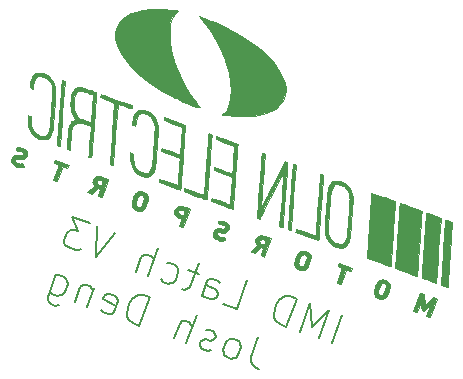
<source format=gbr>
G04 #@! TF.FileFunction,Legend,Bot*
%FSLAX46Y46*%
G04 Gerber Fmt 4.6, Leading zero omitted, Abs format (unit mm)*
G04 Created by KiCad (PCBNEW 4.0.7-e2-6376~58~ubuntu16.04.1) date Sun Jan 14 05:36:03 2018*
%MOMM*%
%LPD*%
G01*
G04 APERTURE LIST*
%ADD10C,0.100000*%
%ADD11C,0.147600*%
%ADD12C,0.010000*%
G04 APERTURE END LIST*
D10*
D11*
X160945455Y-119232071D02*
X160324933Y-120936941D01*
X160314486Y-121319283D01*
X160459066Y-121629336D01*
X160758672Y-121867099D01*
X160985988Y-121949835D01*
X158599169Y-121081104D02*
X158867854Y-121050182D01*
X159022879Y-120977892D01*
X159219273Y-120791944D01*
X159467482Y-120109996D01*
X159436561Y-119841312D01*
X159364271Y-119686286D01*
X159178323Y-119489891D01*
X158837349Y-119365786D01*
X158568664Y-119396709D01*
X158413639Y-119468998D01*
X158217244Y-119654946D01*
X157969035Y-120336894D01*
X157999957Y-120605579D01*
X158072247Y-120760605D01*
X158258195Y-120957000D01*
X158599169Y-121081104D01*
X156935666Y-120346923D02*
X156666982Y-120377846D01*
X156212350Y-120212373D01*
X156026402Y-120015978D01*
X155995480Y-119747294D01*
X156036848Y-119633636D01*
X156233242Y-119447688D01*
X156501927Y-119416766D01*
X156842901Y-119540871D01*
X157111585Y-119509949D01*
X157307979Y-119324001D01*
X157349348Y-119210343D01*
X157318426Y-118941659D01*
X157132478Y-118745264D01*
X156791504Y-118621160D01*
X156522819Y-118652082D01*
X154848453Y-119715956D02*
X155717185Y-117329136D01*
X153825531Y-119343642D02*
X154280581Y-118093403D01*
X154476975Y-117907456D01*
X154745660Y-117876533D01*
X155086634Y-118000638D01*
X155272582Y-118197033D01*
X155344871Y-118352058D01*
X150870422Y-118268070D02*
X151739153Y-115881251D01*
X151170862Y-115674410D01*
X150788520Y-115663964D01*
X150478468Y-115808544D01*
X150282074Y-115994492D01*
X150002943Y-116407756D01*
X149878839Y-116748730D01*
X149827024Y-117244730D01*
X149857946Y-117513414D01*
X150002526Y-117823467D01*
X150302131Y-118061230D01*
X150870422Y-118268070D01*
X147615706Y-116954735D02*
X147801654Y-117151130D01*
X148256286Y-117316603D01*
X148524971Y-117285681D01*
X148721365Y-117099732D01*
X149052310Y-116190468D01*
X149021388Y-115921784D01*
X148835440Y-115725389D01*
X148380809Y-115559917D01*
X148112124Y-115590839D01*
X147915730Y-115776787D01*
X147832994Y-116004103D01*
X148886837Y-116645100D01*
X147016912Y-115063499D02*
X146437757Y-116654712D01*
X146934175Y-115290815D02*
X146861885Y-115135790D01*
X146675937Y-114939395D01*
X146334963Y-114815290D01*
X146066279Y-114846212D01*
X145869885Y-115032160D01*
X145414835Y-116282399D01*
X143834486Y-113905191D02*
X143131228Y-115837378D01*
X143162149Y-116106063D01*
X143234439Y-116261089D01*
X143420387Y-116457483D01*
X143761361Y-116581587D01*
X144030045Y-116550666D01*
X143296701Y-115382746D02*
X143482648Y-115579140D01*
X143937280Y-115744613D01*
X144205965Y-115713691D01*
X144360991Y-115641401D01*
X144557385Y-115455453D01*
X144805594Y-114773505D01*
X144774672Y-114504821D01*
X144702383Y-114349795D01*
X144516435Y-114153400D01*
X144061802Y-113987927D01*
X143793118Y-114018850D01*
X167182808Y-119770567D02*
X168051539Y-117383748D01*
X166046228Y-119356885D02*
X166914959Y-116970066D01*
X165498830Y-118385359D01*
X165323746Y-116390912D01*
X164455015Y-118777731D01*
X163318434Y-118364050D02*
X164187165Y-115977231D01*
X163618875Y-115770390D01*
X163236533Y-115759943D01*
X162926480Y-115904523D01*
X162730086Y-116090471D01*
X162450956Y-116503735D01*
X162326852Y-116844709D01*
X162275037Y-117340710D01*
X162305958Y-117609393D01*
X162450538Y-117919446D01*
X162750144Y-118157209D01*
X163318434Y-118364050D01*
X157976505Y-116419747D02*
X159113086Y-116833428D01*
X159981817Y-114446609D01*
X156157977Y-115757857D02*
X156613027Y-114507617D01*
X156809421Y-114321670D01*
X157078106Y-114290748D01*
X157532738Y-114456220D01*
X157718686Y-114652615D01*
X156199346Y-115644198D02*
X156385293Y-115840593D01*
X156953583Y-116047433D01*
X157222268Y-116016511D01*
X157418662Y-115830563D01*
X157501398Y-115603248D01*
X157470477Y-115334563D01*
X157284528Y-115138169D01*
X156716238Y-114931328D01*
X156530291Y-114734934D01*
X155941525Y-113877066D02*
X155032261Y-113546121D01*
X155890128Y-112957356D02*
X155145501Y-115003200D01*
X154949107Y-115189148D01*
X154680423Y-115220071D01*
X154453106Y-115137334D01*
X152675946Y-114361785D02*
X152861893Y-114558180D01*
X153316525Y-114723653D01*
X153585210Y-114692730D01*
X153740236Y-114620441D01*
X153936630Y-114434492D01*
X154184839Y-113752544D01*
X154153917Y-113483860D01*
X154081628Y-113328834D01*
X153895680Y-113132439D01*
X153441047Y-112966967D01*
X153172363Y-112997889D01*
X151611654Y-114103130D02*
X152480385Y-111716311D01*
X150588732Y-113730817D02*
X151043782Y-112480578D01*
X151240176Y-112294630D01*
X151508861Y-112263708D01*
X151849835Y-112387813D01*
X152035783Y-112584208D01*
X152108072Y-112739233D01*
X148843328Y-110392530D02*
X147178991Y-112489773D01*
X147252115Y-109813376D01*
X146683825Y-109606536D02*
X145206270Y-109068750D01*
X145670932Y-110267591D01*
X145329957Y-110143486D01*
X145061273Y-110174408D01*
X144906246Y-110246697D01*
X144709852Y-110432646D01*
X144503012Y-111000936D01*
X144533933Y-111269621D01*
X144606224Y-111424647D01*
X144792171Y-111621041D01*
X145474120Y-111869250D01*
X145742803Y-111838328D01*
X145897830Y-111766039D01*
D12*
G36*
X171576098Y-114366375D02*
X171435322Y-114349337D01*
X171301532Y-114371690D01*
X171189500Y-114418734D01*
X171104553Y-114472039D01*
X171032104Y-114541022D01*
X170967590Y-114633040D01*
X170906450Y-114755445D01*
X170844122Y-114915595D01*
X170799402Y-115047752D01*
X170744078Y-115235949D01*
X170714276Y-115388471D01*
X170710633Y-115513935D01*
X170733786Y-115620953D01*
X170784373Y-115718142D01*
X170855483Y-115806055D01*
X170935173Y-115871080D01*
X171044269Y-115933894D01*
X171163286Y-115985359D01*
X171272740Y-116016336D01*
X171314176Y-116021177D01*
X171472502Y-116003092D01*
X171622767Y-115940401D01*
X171730144Y-115859231D01*
X171770324Y-115819351D01*
X171802178Y-115782093D01*
X171829853Y-115738881D01*
X171857500Y-115681139D01*
X171889265Y-115600292D01*
X171929298Y-115487763D01*
X171976939Y-115349049D01*
X171978930Y-115343186D01*
X171671968Y-115231461D01*
X171624614Y-115350320D01*
X171574110Y-115462944D01*
X171525729Y-115557205D01*
X171484747Y-115620978D01*
X171469179Y-115637256D01*
X171403209Y-115669525D01*
X171317280Y-115689338D01*
X171238293Y-115691486D01*
X171215280Y-115686444D01*
X171177233Y-115661305D01*
X171128597Y-115615490D01*
X171127225Y-115614007D01*
X171085387Y-115559047D01*
X171062595Y-115499637D01*
X171059529Y-115427490D01*
X171076869Y-115334314D01*
X171115294Y-115211820D01*
X171172818Y-115058528D01*
X171297765Y-114739427D01*
X171401041Y-114698211D01*
X171513153Y-114675209D01*
X171609876Y-114696043D01*
X171684877Y-114754560D01*
X171731817Y-114844610D01*
X171744361Y-114960039D01*
X171736125Y-115023538D01*
X171710897Y-115118492D01*
X171671968Y-115231461D01*
X171978930Y-115343186D01*
X172027595Y-115199892D01*
X172063472Y-115089870D01*
X172086400Y-115010103D01*
X172098206Y-114951719D01*
X172100720Y-114905841D01*
X172095769Y-114863593D01*
X172086022Y-114819582D01*
X172034115Y-114674793D01*
X171951898Y-114561382D01*
X171831842Y-114470810D01*
X171736287Y-114422897D01*
X171576098Y-114366375D01*
X171576098Y-114366375D01*
G37*
X171576098Y-114366375D02*
X171435322Y-114349337D01*
X171301532Y-114371690D01*
X171189500Y-114418734D01*
X171104553Y-114472039D01*
X171032104Y-114541022D01*
X170967590Y-114633040D01*
X170906450Y-114755445D01*
X170844122Y-114915595D01*
X170799402Y-115047752D01*
X170744078Y-115235949D01*
X170714276Y-115388471D01*
X170710633Y-115513935D01*
X170733786Y-115620953D01*
X170784373Y-115718142D01*
X170855483Y-115806055D01*
X170935173Y-115871080D01*
X171044269Y-115933894D01*
X171163286Y-115985359D01*
X171272740Y-116016336D01*
X171314176Y-116021177D01*
X171472502Y-116003092D01*
X171622767Y-115940401D01*
X171730144Y-115859231D01*
X171770324Y-115819351D01*
X171802178Y-115782093D01*
X171829853Y-115738881D01*
X171857500Y-115681139D01*
X171889265Y-115600292D01*
X171929298Y-115487763D01*
X171976939Y-115349049D01*
X171978930Y-115343186D01*
X171671968Y-115231461D01*
X171624614Y-115350320D01*
X171574110Y-115462944D01*
X171525729Y-115557205D01*
X171484747Y-115620978D01*
X171469179Y-115637256D01*
X171403209Y-115669525D01*
X171317280Y-115689338D01*
X171238293Y-115691486D01*
X171215280Y-115686444D01*
X171177233Y-115661305D01*
X171128597Y-115615490D01*
X171127225Y-115614007D01*
X171085387Y-115559047D01*
X171062595Y-115499637D01*
X171059529Y-115427490D01*
X171076869Y-115334314D01*
X171115294Y-115211820D01*
X171172818Y-115058528D01*
X171297765Y-114739427D01*
X171401041Y-114698211D01*
X171513153Y-114675209D01*
X171609876Y-114696043D01*
X171684877Y-114754560D01*
X171731817Y-114844610D01*
X171744361Y-114960039D01*
X171736125Y-115023538D01*
X171710897Y-115118492D01*
X171671968Y-115231461D01*
X171978930Y-115343186D01*
X172027595Y-115199892D01*
X172063472Y-115089870D01*
X172086400Y-115010103D01*
X172098206Y-114951719D01*
X172100720Y-114905841D01*
X172095769Y-114863593D01*
X172086022Y-114819582D01*
X172034115Y-114674793D01*
X171951898Y-114561382D01*
X171831842Y-114470810D01*
X171736287Y-114422897D01*
X171576098Y-114366375D01*
G36*
X164808111Y-111913158D02*
X164652978Y-111916406D01*
X164504103Y-111959506D01*
X164392633Y-112026997D01*
X164347582Y-112063774D01*
X164312506Y-112098508D01*
X164282247Y-112140251D01*
X164251639Y-112198053D01*
X164215525Y-112280965D01*
X164168739Y-112398037D01*
X164141925Y-112466592D01*
X164072302Y-112652899D01*
X164024845Y-112802330D01*
X163998658Y-112923271D01*
X163992843Y-113024109D01*
X164006507Y-113113232D01*
X164038755Y-113199027D01*
X164059409Y-113239370D01*
X164163840Y-113379591D01*
X164302904Y-113484082D01*
X164473183Y-113550764D01*
X164610106Y-113573924D01*
X164722101Y-113564356D01*
X164846776Y-113523415D01*
X164965602Y-113459810D01*
X165060052Y-113382249D01*
X165086266Y-113350115D01*
X165126567Y-113277293D01*
X165177015Y-113161429D01*
X165235066Y-113008676D01*
X165240547Y-112992989D01*
X164919011Y-112875960D01*
X164872552Y-112997412D01*
X164836694Y-113080434D01*
X164806111Y-113134829D01*
X164775474Y-113170407D01*
X164747351Y-113191902D01*
X164637114Y-113241201D01*
X164534077Y-113243285D01*
X164445294Y-113200067D01*
X164377818Y-113113459D01*
X164366485Y-113088655D01*
X164348243Y-113028788D01*
X164345885Y-112964463D01*
X164360048Y-112879161D01*
X164377280Y-112808981D01*
X164426791Y-112650396D01*
X164488106Y-112501183D01*
X164554615Y-112375874D01*
X164608334Y-112301212D01*
X164681800Y-112251586D01*
X164777296Y-112230538D01*
X164871847Y-112243076D01*
X164872955Y-112243477D01*
X164925729Y-112276688D01*
X164981627Y-112331086D01*
X164987160Y-112337816D01*
X165017867Y-112386784D01*
X165032512Y-112442925D01*
X165030081Y-112514264D01*
X165009555Y-112608820D01*
X164969920Y-112734616D01*
X164919011Y-112875960D01*
X165240547Y-112992989D01*
X165276505Y-112890058D01*
X165323759Y-112749594D01*
X165356362Y-112647153D01*
X165376170Y-112572712D01*
X165385041Y-112516253D01*
X165384830Y-112467754D01*
X165377397Y-112417193D01*
X165370492Y-112382905D01*
X165315707Y-112234804D01*
X165223299Y-112110585D01*
X165102047Y-112013442D01*
X164960725Y-111946568D01*
X164808111Y-111913158D01*
X164808111Y-111913158D01*
G37*
X164808111Y-111913158D02*
X164652978Y-111916406D01*
X164504103Y-111959506D01*
X164392633Y-112026997D01*
X164347582Y-112063774D01*
X164312506Y-112098508D01*
X164282247Y-112140251D01*
X164251639Y-112198053D01*
X164215525Y-112280965D01*
X164168739Y-112398037D01*
X164141925Y-112466592D01*
X164072302Y-112652899D01*
X164024845Y-112802330D01*
X163998658Y-112923271D01*
X163992843Y-113024109D01*
X164006507Y-113113232D01*
X164038755Y-113199027D01*
X164059409Y-113239370D01*
X164163840Y-113379591D01*
X164302904Y-113484082D01*
X164473183Y-113550764D01*
X164610106Y-113573924D01*
X164722101Y-113564356D01*
X164846776Y-113523415D01*
X164965602Y-113459810D01*
X165060052Y-113382249D01*
X165086266Y-113350115D01*
X165126567Y-113277293D01*
X165177015Y-113161429D01*
X165235066Y-113008676D01*
X165240547Y-112992989D01*
X164919011Y-112875960D01*
X164872552Y-112997412D01*
X164836694Y-113080434D01*
X164806111Y-113134829D01*
X164775474Y-113170407D01*
X164747351Y-113191902D01*
X164637114Y-113241201D01*
X164534077Y-113243285D01*
X164445294Y-113200067D01*
X164377818Y-113113459D01*
X164366485Y-113088655D01*
X164348243Y-113028788D01*
X164345885Y-112964463D01*
X164360048Y-112879161D01*
X164377280Y-112808981D01*
X164426791Y-112650396D01*
X164488106Y-112501183D01*
X164554615Y-112375874D01*
X164608334Y-112301212D01*
X164681800Y-112251586D01*
X164777296Y-112230538D01*
X164871847Y-112243076D01*
X164872955Y-112243477D01*
X164925729Y-112276688D01*
X164981627Y-112331086D01*
X164987160Y-112337816D01*
X165017867Y-112386784D01*
X165032512Y-112442925D01*
X165030081Y-112514264D01*
X165009555Y-112608820D01*
X164969920Y-112734616D01*
X164919011Y-112875960D01*
X165240547Y-112992989D01*
X165276505Y-112890058D01*
X165323759Y-112749594D01*
X165356362Y-112647153D01*
X165376170Y-112572712D01*
X165385041Y-112516253D01*
X165384830Y-112467754D01*
X165377397Y-112417193D01*
X165370492Y-112382905D01*
X165315707Y-112234804D01*
X165223299Y-112110585D01*
X165102047Y-112013442D01*
X164960725Y-111946568D01*
X164808111Y-111913158D01*
G36*
X157881134Y-109388499D02*
X157731850Y-109372383D01*
X157602582Y-109384359D01*
X157519516Y-109415644D01*
X157493919Y-109436955D01*
X157489513Y-109467696D01*
X157507309Y-109521186D01*
X157531641Y-109575277D01*
X157592694Y-109706206D01*
X157703570Y-109690248D01*
X157824057Y-109689459D01*
X157939904Y-109717339D01*
X158036751Y-109768303D01*
X158100240Y-109836765D01*
X158105203Y-109846463D01*
X158129724Y-109930686D01*
X158111353Y-109997723D01*
X158075485Y-110038198D01*
X158044026Y-110060047D01*
X158003822Y-110070841D01*
X157944307Y-110070675D01*
X157854914Y-110059646D01*
X157744184Y-110041213D01*
X157571504Y-110019716D01*
X157435370Y-110024833D01*
X157327565Y-110059160D01*
X157239871Y-110125291D01*
X157165137Y-110224090D01*
X157098372Y-110375042D01*
X157081378Y-110526210D01*
X157113689Y-110672652D01*
X157194841Y-110809424D01*
X157223325Y-110842192D01*
X157306976Y-110909653D01*
X157424446Y-110975837D01*
X157559102Y-111033528D01*
X157694313Y-111075509D01*
X157803444Y-111093945D01*
X157896368Y-111092523D01*
X157992997Y-111078126D01*
X158078417Y-111054512D01*
X158137713Y-111025442D01*
X158155228Y-111005275D01*
X158150959Y-110967303D01*
X158128421Y-110901463D01*
X158105651Y-110849921D01*
X158045248Y-110724311D01*
X157965867Y-110750392D01*
X157841135Y-110769157D01*
X157706519Y-110753566D01*
X157578833Y-110708343D01*
X157474889Y-110638207D01*
X157443223Y-110603589D01*
X157421565Y-110538715D01*
X157433031Y-110462148D01*
X157471656Y-110394636D01*
X157512227Y-110363610D01*
X157554233Y-110345382D01*
X157567660Y-110341273D01*
X157627330Y-110355862D01*
X157720225Y-110371583D01*
X157829992Y-110386454D01*
X157940275Y-110398495D01*
X158034718Y-110405725D01*
X158096969Y-110406163D01*
X158100400Y-110405805D01*
X158215812Y-110367954D01*
X158314278Y-110290767D01*
X158390811Y-110184284D01*
X158440426Y-110058542D01*
X158458137Y-109923578D01*
X158438958Y-109789431D01*
X158425480Y-109751372D01*
X158360829Y-109637944D01*
X158265253Y-109546228D01*
X158131071Y-109469889D01*
X158038468Y-109432323D01*
X157881134Y-109388499D01*
X157881134Y-109388499D01*
G37*
X157881134Y-109388499D02*
X157731850Y-109372383D01*
X157602582Y-109384359D01*
X157519516Y-109415644D01*
X157493919Y-109436955D01*
X157489513Y-109467696D01*
X157507309Y-109521186D01*
X157531641Y-109575277D01*
X157592694Y-109706206D01*
X157703570Y-109690248D01*
X157824057Y-109689459D01*
X157939904Y-109717339D01*
X158036751Y-109768303D01*
X158100240Y-109836765D01*
X158105203Y-109846463D01*
X158129724Y-109930686D01*
X158111353Y-109997723D01*
X158075485Y-110038198D01*
X158044026Y-110060047D01*
X158003822Y-110070841D01*
X157944307Y-110070675D01*
X157854914Y-110059646D01*
X157744184Y-110041213D01*
X157571504Y-110019716D01*
X157435370Y-110024833D01*
X157327565Y-110059160D01*
X157239871Y-110125291D01*
X157165137Y-110224090D01*
X157098372Y-110375042D01*
X157081378Y-110526210D01*
X157113689Y-110672652D01*
X157194841Y-110809424D01*
X157223325Y-110842192D01*
X157306976Y-110909653D01*
X157424446Y-110975837D01*
X157559102Y-111033528D01*
X157694313Y-111075509D01*
X157803444Y-111093945D01*
X157896368Y-111092523D01*
X157992997Y-111078126D01*
X158078417Y-111054512D01*
X158137713Y-111025442D01*
X158155228Y-111005275D01*
X158150959Y-110967303D01*
X158128421Y-110901463D01*
X158105651Y-110849921D01*
X158045248Y-110724311D01*
X157965867Y-110750392D01*
X157841135Y-110769157D01*
X157706519Y-110753566D01*
X157578833Y-110708343D01*
X157474889Y-110638207D01*
X157443223Y-110603589D01*
X157421565Y-110538715D01*
X157433031Y-110462148D01*
X157471656Y-110394636D01*
X157512227Y-110363610D01*
X157554233Y-110345382D01*
X157567660Y-110341273D01*
X157627330Y-110355862D01*
X157720225Y-110371583D01*
X157829992Y-110386454D01*
X157940275Y-110398495D01*
X158034718Y-110405725D01*
X158096969Y-110406163D01*
X158100400Y-110405805D01*
X158215812Y-110367954D01*
X158314278Y-110290767D01*
X158390811Y-110184284D01*
X158440426Y-110058542D01*
X158458137Y-109923578D01*
X158438958Y-109789431D01*
X158425480Y-109751372D01*
X158360829Y-109637944D01*
X158265253Y-109546228D01*
X158131071Y-109469889D01*
X158038468Y-109432323D01*
X157881134Y-109388499D01*
G36*
X151007519Y-106894351D02*
X150843828Y-106897168D01*
X150696765Y-106947877D01*
X150565979Y-107046547D01*
X150546444Y-107066894D01*
X150495090Y-107139059D01*
X150436285Y-107247626D01*
X150375429Y-107379847D01*
X150317919Y-107522975D01*
X150269153Y-107664262D01*
X150234528Y-107790964D01*
X150229302Y-107815834D01*
X150211837Y-107989546D01*
X150234566Y-108138455D01*
X150299275Y-108271008D01*
X150335854Y-108319585D01*
X150435575Y-108410182D01*
X150564722Y-108486029D01*
X150704119Y-108538022D01*
X150834590Y-108557055D01*
X150835968Y-108557047D01*
X151007908Y-108532548D01*
X151159292Y-108463592D01*
X151241940Y-108397820D01*
X151281439Y-108357160D01*
X151314188Y-108314749D01*
X151344884Y-108261281D01*
X151378224Y-108187451D01*
X151418905Y-108083953D01*
X151432912Y-108046116D01*
X151109385Y-107928362D01*
X151056216Y-108051617D01*
X151004777Y-108137264D01*
X150950739Y-108191364D01*
X150889772Y-108219973D01*
X150834879Y-108228476D01*
X150763086Y-108231178D01*
X150717841Y-108222304D01*
X150675445Y-108193366D01*
X150635078Y-108156906D01*
X150588174Y-108100699D01*
X150564037Y-108034109D01*
X150562913Y-107949181D01*
X150585048Y-107837962D01*
X150630690Y-107692501D01*
X150651274Y-107634741D01*
X150712218Y-107479626D01*
X150766376Y-107367032D01*
X150809665Y-107303118D01*
X150902716Y-107232957D01*
X151002320Y-107209403D01*
X151098777Y-107231282D01*
X151182382Y-107297414D01*
X151219715Y-107352860D01*
X151272319Y-107450862D01*
X151168613Y-107761441D01*
X151109385Y-107928362D01*
X151432912Y-108046116D01*
X151469897Y-107946211D01*
X151530067Y-107775702D01*
X151570931Y-107642189D01*
X151593734Y-107536204D01*
X151599717Y-107448284D01*
X151590123Y-107368963D01*
X151566197Y-107288778D01*
X151558799Y-107269224D01*
X151489402Y-107141360D01*
X151388490Y-107041604D01*
X151248511Y-106963232D01*
X151188190Y-106939356D01*
X151007519Y-106894351D01*
X151007519Y-106894351D01*
G37*
X151007519Y-106894351D02*
X150843828Y-106897168D01*
X150696765Y-106947877D01*
X150565979Y-107046547D01*
X150546444Y-107066894D01*
X150495090Y-107139059D01*
X150436285Y-107247626D01*
X150375429Y-107379847D01*
X150317919Y-107522975D01*
X150269153Y-107664262D01*
X150234528Y-107790964D01*
X150229302Y-107815834D01*
X150211837Y-107989546D01*
X150234566Y-108138455D01*
X150299275Y-108271008D01*
X150335854Y-108319585D01*
X150435575Y-108410182D01*
X150564722Y-108486029D01*
X150704119Y-108538022D01*
X150834590Y-108557055D01*
X150835968Y-108557047D01*
X151007908Y-108532548D01*
X151159292Y-108463592D01*
X151241940Y-108397820D01*
X151281439Y-108357160D01*
X151314188Y-108314749D01*
X151344884Y-108261281D01*
X151378224Y-108187451D01*
X151418905Y-108083953D01*
X151432912Y-108046116D01*
X151109385Y-107928362D01*
X151056216Y-108051617D01*
X151004777Y-108137264D01*
X150950739Y-108191364D01*
X150889772Y-108219973D01*
X150834879Y-108228476D01*
X150763086Y-108231178D01*
X150717841Y-108222304D01*
X150675445Y-108193366D01*
X150635078Y-108156906D01*
X150588174Y-108100699D01*
X150564037Y-108034109D01*
X150562913Y-107949181D01*
X150585048Y-107837962D01*
X150630690Y-107692501D01*
X150651274Y-107634741D01*
X150712218Y-107479626D01*
X150766376Y-107367032D01*
X150809665Y-107303118D01*
X150902716Y-107232957D01*
X151002320Y-107209403D01*
X151098777Y-107231282D01*
X151182382Y-107297414D01*
X151219715Y-107352860D01*
X151272319Y-107450862D01*
X151168613Y-107761441D01*
X151109385Y-107928362D01*
X151432912Y-108046116D01*
X151469897Y-107946211D01*
X151530067Y-107775702D01*
X151570931Y-107642189D01*
X151593734Y-107536204D01*
X151599717Y-107448284D01*
X151590123Y-107368963D01*
X151566197Y-107288778D01*
X151558799Y-107269224D01*
X151489402Y-107141360D01*
X151388490Y-107041604D01*
X151248511Y-106963232D01*
X151188190Y-106939356D01*
X151007519Y-106894351D01*
G36*
X140783766Y-103164455D02*
X140722717Y-103155824D01*
X140631661Y-103158486D01*
X140541128Y-103171510D01*
X140466426Y-103191556D01*
X140422861Y-103215286D01*
X140418287Y-103222242D01*
X140423297Y-103257579D01*
X140446163Y-103321156D01*
X140467353Y-103368461D01*
X140525678Y-103489748D01*
X140636617Y-103476099D01*
X140760125Y-103476209D01*
X140870831Y-103504077D01*
X140960614Y-103554061D01*
X141021353Y-103620517D01*
X141044927Y-103697801D01*
X141035683Y-103753393D01*
X141003417Y-103808545D01*
X140950505Y-103840571D01*
X140869379Y-103851003D01*
X140752466Y-103841365D01*
X140667900Y-103827658D01*
X140501257Y-103805341D01*
X140371148Y-103807306D01*
X140268565Y-103835333D01*
X140184499Y-103891199D01*
X140146138Y-103930653D01*
X140059348Y-104064419D01*
X140015145Y-104209794D01*
X140013592Y-104357121D01*
X140054753Y-104496735D01*
X140138697Y-104618974D01*
X140141484Y-104621869D01*
X140233768Y-104695273D01*
X140358296Y-104765630D01*
X140496788Y-104824560D01*
X140630968Y-104863683D01*
X140689394Y-104873063D01*
X140797901Y-104876434D01*
X140909101Y-104867297D01*
X141003338Y-104848024D01*
X141048816Y-104829695D01*
X141071836Y-104808840D01*
X141074722Y-104776216D01*
X141056112Y-104719513D01*
X141030066Y-104659990D01*
X140965140Y-104517279D01*
X140885230Y-104539370D01*
X140774152Y-104552736D01*
X140647492Y-104542515D01*
X140530577Y-104511885D01*
X140481665Y-104488725D01*
X140412066Y-104429742D01*
X140361960Y-104354199D01*
X140340399Y-104278652D01*
X140345264Y-104239275D01*
X140381470Y-104181471D01*
X140442652Y-104149488D01*
X140535381Y-104141927D01*
X140666233Y-104157385D01*
X140700108Y-104163605D01*
X140875945Y-104189304D01*
X141014915Y-104189309D01*
X141125094Y-104161612D01*
X141214558Y-104104202D01*
X141290271Y-104016665D01*
X141363014Y-103872360D01*
X141387979Y-103721965D01*
X141365180Y-103573158D01*
X141294635Y-103433617D01*
X141289029Y-103425902D01*
X141241413Y-103369307D01*
X141186531Y-103324865D01*
X141109851Y-103282674D01*
X141020172Y-103242661D01*
X140893809Y-103194906D01*
X140783766Y-103164455D01*
X140783766Y-103164455D01*
G37*
X140783766Y-103164455D02*
X140722717Y-103155824D01*
X140631661Y-103158486D01*
X140541128Y-103171510D01*
X140466426Y-103191556D01*
X140422861Y-103215286D01*
X140418287Y-103222242D01*
X140423297Y-103257579D01*
X140446163Y-103321156D01*
X140467353Y-103368461D01*
X140525678Y-103489748D01*
X140636617Y-103476099D01*
X140760125Y-103476209D01*
X140870831Y-103504077D01*
X140960614Y-103554061D01*
X141021353Y-103620517D01*
X141044927Y-103697801D01*
X141035683Y-103753393D01*
X141003417Y-103808545D01*
X140950505Y-103840571D01*
X140869379Y-103851003D01*
X140752466Y-103841365D01*
X140667900Y-103827658D01*
X140501257Y-103805341D01*
X140371148Y-103807306D01*
X140268565Y-103835333D01*
X140184499Y-103891199D01*
X140146138Y-103930653D01*
X140059348Y-104064419D01*
X140015145Y-104209794D01*
X140013592Y-104357121D01*
X140054753Y-104496735D01*
X140138697Y-104618974D01*
X140141484Y-104621869D01*
X140233768Y-104695273D01*
X140358296Y-104765630D01*
X140496788Y-104824560D01*
X140630968Y-104863683D01*
X140689394Y-104873063D01*
X140797901Y-104876434D01*
X140909101Y-104867297D01*
X141003338Y-104848024D01*
X141048816Y-104829695D01*
X141071836Y-104808840D01*
X141074722Y-104776216D01*
X141056112Y-104719513D01*
X141030066Y-104659990D01*
X140965140Y-104517279D01*
X140885230Y-104539370D01*
X140774152Y-104552736D01*
X140647492Y-104542515D01*
X140530577Y-104511885D01*
X140481665Y-104488725D01*
X140412066Y-104429742D01*
X140361960Y-104354199D01*
X140340399Y-104278652D01*
X140345264Y-104239275D01*
X140381470Y-104181471D01*
X140442652Y-104149488D01*
X140535381Y-104141927D01*
X140666233Y-104157385D01*
X140700108Y-104163605D01*
X140875945Y-104189304D01*
X141014915Y-104189309D01*
X141125094Y-104161612D01*
X141214558Y-104104202D01*
X141290271Y-104016665D01*
X141363014Y-103872360D01*
X141387979Y-103721965D01*
X141365180Y-103573158D01*
X141294635Y-103433617D01*
X141289029Y-103425902D01*
X141241413Y-103369307D01*
X141186531Y-103324865D01*
X141109851Y-103282674D01*
X141020172Y-103242661D01*
X140893809Y-103194906D01*
X140783766Y-103164455D01*
G36*
X175389750Y-116205557D02*
X175045709Y-116539076D01*
X174953210Y-115587929D01*
X174639071Y-115473592D01*
X174074396Y-117025024D01*
X174384682Y-117137959D01*
X174695856Y-116291648D01*
X174733490Y-116609434D01*
X174771125Y-116927221D01*
X175011761Y-117014805D01*
X175244860Y-116795558D01*
X175477959Y-116576310D01*
X175325146Y-117000475D01*
X175172333Y-117424640D01*
X175482619Y-117537575D01*
X176047294Y-115986143D01*
X175733791Y-115872037D01*
X175389750Y-116205557D01*
X175389750Y-116205557D01*
G37*
X175389750Y-116205557D02*
X175045709Y-116539076D01*
X174953210Y-115587929D01*
X174639071Y-115473592D01*
X174074396Y-117025024D01*
X174384682Y-117137959D01*
X174695856Y-116291648D01*
X174733490Y-116609434D01*
X174771125Y-116927221D01*
X175011761Y-117014805D01*
X175244860Y-116795558D01*
X175477959Y-116576310D01*
X175325146Y-117000475D01*
X175172333Y-117424640D01*
X175482619Y-117537575D01*
X176047294Y-115986143D01*
X175733791Y-115872037D01*
X175389750Y-116205557D01*
G36*
X167660784Y-113258064D02*
X168066543Y-113405748D01*
X167606116Y-114670763D01*
X167916402Y-114783698D01*
X168376830Y-113518683D01*
X168782589Y-113666368D01*
X168886837Y-113379949D01*
X167765031Y-112971646D01*
X167660784Y-113258064D01*
X167660784Y-113258064D01*
G37*
X167660784Y-113258064D02*
X168066543Y-113405748D01*
X167606116Y-114670763D01*
X167916402Y-114783698D01*
X168376830Y-113518683D01*
X168782589Y-113666368D01*
X168886837Y-113379949D01*
X167765031Y-112971646D01*
X167660784Y-113258064D01*
G36*
X161684403Y-110759122D02*
X161554677Y-110713879D01*
X161433334Y-110674655D01*
X161332700Y-110645226D01*
X161265095Y-110629372D01*
X161257611Y-110628280D01*
X161102309Y-110632874D01*
X160962158Y-110681806D01*
X160844261Y-110769252D01*
X160755712Y-110889392D01*
X160703615Y-111036404D01*
X160695707Y-111089072D01*
X160698345Y-111180242D01*
X160719586Y-111277330D01*
X160753843Y-111364614D01*
X160795532Y-111426368D01*
X160822032Y-111444715D01*
X160824043Y-111462040D01*
X160793950Y-111502987D01*
X160729559Y-111569948D01*
X160628683Y-111665309D01*
X160574012Y-111715215D01*
X160474677Y-111805867D01*
X160389725Y-111884644D01*
X160325855Y-111945233D01*
X160289771Y-111981321D01*
X160284253Y-111988173D01*
X160303561Y-112003464D01*
X160359866Y-112030150D01*
X160442111Y-112063132D01*
X160466068Y-112071998D01*
X160653554Y-112140237D01*
X160902749Y-111893364D01*
X161151943Y-111646491D01*
X161253481Y-111683143D01*
X161355018Y-111719796D01*
X161137835Y-112316501D01*
X161448122Y-112429436D01*
X161769552Y-111546313D01*
X161459266Y-111433378D01*
X161279170Y-111367828D01*
X161184006Y-111331171D01*
X161124777Y-111300983D01*
X161088858Y-111268816D01*
X161063627Y-111226221D01*
X161061812Y-111222369D01*
X161040382Y-111128532D01*
X161067802Y-111047212D01*
X161143020Y-110981434D01*
X161146527Y-110979438D01*
X161192962Y-110958196D01*
X161240680Y-110951881D01*
X161304688Y-110961105D01*
X161399990Y-110986473D01*
X161412898Y-110990237D01*
X161600548Y-111045209D01*
X161459266Y-111433378D01*
X161769552Y-111546313D01*
X162012797Y-110878004D01*
X161684403Y-110759122D01*
X161684403Y-110759122D01*
G37*
X161684403Y-110759122D02*
X161554677Y-110713879D01*
X161433334Y-110674655D01*
X161332700Y-110645226D01*
X161265095Y-110629372D01*
X161257611Y-110628280D01*
X161102309Y-110632874D01*
X160962158Y-110681806D01*
X160844261Y-110769252D01*
X160755712Y-110889392D01*
X160703615Y-111036404D01*
X160695707Y-111089072D01*
X160698345Y-111180242D01*
X160719586Y-111277330D01*
X160753843Y-111364614D01*
X160795532Y-111426368D01*
X160822032Y-111444715D01*
X160824043Y-111462040D01*
X160793950Y-111502987D01*
X160729559Y-111569948D01*
X160628683Y-111665309D01*
X160574012Y-111715215D01*
X160474677Y-111805867D01*
X160389725Y-111884644D01*
X160325855Y-111945233D01*
X160289771Y-111981321D01*
X160284253Y-111988173D01*
X160303561Y-112003464D01*
X160359866Y-112030150D01*
X160442111Y-112063132D01*
X160466068Y-112071998D01*
X160653554Y-112140237D01*
X160902749Y-111893364D01*
X161151943Y-111646491D01*
X161253481Y-111683143D01*
X161355018Y-111719796D01*
X161137835Y-112316501D01*
X161448122Y-112429436D01*
X161769552Y-111546313D01*
X161459266Y-111433378D01*
X161279170Y-111367828D01*
X161184006Y-111331171D01*
X161124777Y-111300983D01*
X161088858Y-111268816D01*
X161063627Y-111226221D01*
X161061812Y-111222369D01*
X161040382Y-111128532D01*
X161067802Y-111047212D01*
X161143020Y-110981434D01*
X161146527Y-110979438D01*
X161192962Y-110958196D01*
X161240680Y-110951881D01*
X161304688Y-110961105D01*
X161399990Y-110986473D01*
X161412898Y-110990237D01*
X161600548Y-111045209D01*
X161459266Y-111433378D01*
X161769552Y-111546313D01*
X162012797Y-110878004D01*
X161684403Y-110759122D01*
G36*
X154822456Y-108261084D02*
X154653812Y-108201861D01*
X154522041Y-108161379D01*
X154417527Y-108137893D01*
X154330658Y-108129664D01*
X154251817Y-108134947D01*
X154191878Y-108146800D01*
X154076888Y-108198709D01*
X153973406Y-108289443D01*
X153889943Y-108407116D01*
X153835010Y-108539843D01*
X153817013Y-108670338D01*
X153842549Y-108815654D01*
X153915404Y-108942580D01*
X154035595Y-109051131D01*
X154203143Y-109141332D01*
X154263636Y-109165180D01*
X154472291Y-109241719D01*
X154263796Y-109814555D01*
X154597951Y-109936178D01*
X155058378Y-108671164D01*
X154724223Y-108549541D01*
X154576539Y-108955300D01*
X154412681Y-108895661D01*
X154313317Y-108855254D01*
X154250245Y-108817264D01*
X154210109Y-108773366D01*
X154205853Y-108766748D01*
X154171430Y-108670910D01*
X154186026Y-108579471D01*
X154237128Y-108510100D01*
X154317921Y-108466015D01*
X154425557Y-108459844D01*
X154563257Y-108491524D01*
X154596511Y-108503058D01*
X154724223Y-108549541D01*
X155058378Y-108671164D01*
X155162626Y-108384745D01*
X154822456Y-108261084D01*
X154822456Y-108261084D01*
G37*
X154822456Y-108261084D02*
X154653812Y-108201861D01*
X154522041Y-108161379D01*
X154417527Y-108137893D01*
X154330658Y-108129664D01*
X154251817Y-108134947D01*
X154191878Y-108146800D01*
X154076888Y-108198709D01*
X153973406Y-108289443D01*
X153889943Y-108407116D01*
X153835010Y-108539843D01*
X153817013Y-108670338D01*
X153842549Y-108815654D01*
X153915404Y-108942580D01*
X154035595Y-109051131D01*
X154203143Y-109141332D01*
X154263636Y-109165180D01*
X154472291Y-109241719D01*
X154263796Y-109814555D01*
X154597951Y-109936178D01*
X155058378Y-108671164D01*
X154724223Y-108549541D01*
X154576539Y-108955300D01*
X154412681Y-108895661D01*
X154313317Y-108855254D01*
X154250245Y-108817264D01*
X154210109Y-108773366D01*
X154205853Y-108766748D01*
X154171430Y-108670910D01*
X154186026Y-108579471D01*
X154237128Y-108510100D01*
X154317921Y-108466015D01*
X154425557Y-108459844D01*
X154563257Y-108491524D01*
X154596511Y-108503058D01*
X154724223Y-108549541D01*
X155058378Y-108671164D01*
X155162626Y-108384745D01*
X154822456Y-108261084D01*
G36*
X147900680Y-105741763D02*
X147725163Y-105680518D01*
X147586717Y-105639049D01*
X147476295Y-105615834D01*
X147384845Y-105609353D01*
X147303323Y-105618084D01*
X147248383Y-105632105D01*
X147131026Y-105692787D01*
X147030239Y-105791200D01*
X146954301Y-105914956D01*
X146911491Y-106051667D01*
X146905502Y-106145128D01*
X146921786Y-106225283D01*
X146957606Y-106315807D01*
X147002889Y-106394635D01*
X147036683Y-106432550D01*
X147028237Y-106456576D01*
X146983854Y-106509560D01*
X146906740Y-106588090D01*
X146800107Y-106688753D01*
X146769817Y-106716426D01*
X146478598Y-106980975D01*
X146867934Y-107122682D01*
X147370552Y-106629867D01*
X147559203Y-106698530D01*
X147342020Y-107295235D01*
X147676175Y-107416857D01*
X148136602Y-106151843D01*
X147802448Y-106030221D01*
X147663451Y-106412112D01*
X147490683Y-106348370D01*
X147389189Y-106305794D01*
X147316976Y-106265061D01*
X147288375Y-106238745D01*
X147257434Y-106149375D01*
X147269823Y-106058451D01*
X147316352Y-105989858D01*
X147397535Y-105946246D01*
X147506592Y-105940890D01*
X147646119Y-105973744D01*
X147674735Y-105983737D01*
X147802448Y-106030221D01*
X148136602Y-106151843D01*
X148240850Y-105865425D01*
X147900680Y-105741763D01*
X147900680Y-105741763D01*
G37*
X147900680Y-105741763D02*
X147725163Y-105680518D01*
X147586717Y-105639049D01*
X147476295Y-105615834D01*
X147384845Y-105609353D01*
X147303323Y-105618084D01*
X147248383Y-105632105D01*
X147131026Y-105692787D01*
X147030239Y-105791200D01*
X146954301Y-105914956D01*
X146911491Y-106051667D01*
X146905502Y-106145128D01*
X146921786Y-106225283D01*
X146957606Y-106315807D01*
X147002889Y-106394635D01*
X147036683Y-106432550D01*
X147028237Y-106456576D01*
X146983854Y-106509560D01*
X146906740Y-106588090D01*
X146800107Y-106688753D01*
X146769817Y-106716426D01*
X146478598Y-106980975D01*
X146867934Y-107122682D01*
X147370552Y-106629867D01*
X147559203Y-106698530D01*
X147342020Y-107295235D01*
X147676175Y-107416857D01*
X148136602Y-106151843D01*
X147802448Y-106030221D01*
X147663451Y-106412112D01*
X147490683Y-106348370D01*
X147389189Y-106305794D01*
X147316976Y-106265061D01*
X147288375Y-106238745D01*
X147257434Y-106149375D01*
X147269823Y-106058451D01*
X147316352Y-105989858D01*
X147397535Y-105946246D01*
X147506592Y-105940890D01*
X147646119Y-105973744D01*
X147674735Y-105983737D01*
X147802448Y-106030221D01*
X148136602Y-106151843D01*
X148240850Y-105865425D01*
X147900680Y-105741763D01*
G36*
X143649382Y-104518629D02*
X144055141Y-104666313D01*
X143594714Y-105931327D01*
X143928868Y-106052949D01*
X144389296Y-104787935D01*
X144771187Y-104926932D01*
X144875435Y-104640514D01*
X143753630Y-104232210D01*
X143649382Y-104518629D01*
X143649382Y-104518629D01*
G37*
X143649382Y-104518629D02*
X144055141Y-104666313D01*
X143594714Y-105931327D01*
X143928868Y-106052949D01*
X144389296Y-104787935D01*
X144771187Y-104926932D01*
X144875435Y-104640514D01*
X143753630Y-104232210D01*
X143649382Y-104518629D01*
G36*
X176943430Y-109338867D02*
X176862734Y-109311616D01*
X176813266Y-109299230D01*
X176786785Y-109300421D01*
X176775050Y-109313896D01*
X176770152Y-109336289D01*
X176767157Y-109368978D01*
X176760871Y-109448968D01*
X176751535Y-109572886D01*
X176739395Y-109737355D01*
X176724693Y-109939003D01*
X176707672Y-110174451D01*
X176688575Y-110440328D01*
X176667644Y-110733257D01*
X176645124Y-111049865D01*
X176621258Y-111386774D01*
X176596289Y-111740611D01*
X176570898Y-112101766D01*
X176380851Y-114809777D01*
X176672044Y-114915925D01*
X176963235Y-115022072D01*
X176969643Y-114909244D01*
X176972272Y-114868764D01*
X176978212Y-114781112D01*
X176987219Y-114649793D01*
X176999050Y-114478311D01*
X177013462Y-114270170D01*
X177030209Y-114028872D01*
X177049051Y-113757923D01*
X177069743Y-113460826D01*
X177092041Y-113141085D01*
X177115703Y-112802206D01*
X177140484Y-112447691D01*
X177161939Y-112141072D01*
X177347828Y-109485729D01*
X177063594Y-109382276D01*
X176943430Y-109338867D01*
X176943430Y-109338867D01*
G37*
X176943430Y-109338867D02*
X176862734Y-109311616D01*
X176813266Y-109299230D01*
X176786785Y-109300421D01*
X176775050Y-109313896D01*
X176770152Y-109336289D01*
X176767157Y-109368978D01*
X176760871Y-109448968D01*
X176751535Y-109572886D01*
X176739395Y-109737355D01*
X176724693Y-109939003D01*
X176707672Y-110174451D01*
X176688575Y-110440328D01*
X176667644Y-110733257D01*
X176645124Y-111049865D01*
X176621258Y-111386774D01*
X176596289Y-111740611D01*
X176570898Y-112101766D01*
X176380851Y-114809777D01*
X176672044Y-114915925D01*
X176963235Y-115022072D01*
X176969643Y-114909244D01*
X176972272Y-114868764D01*
X176978212Y-114781112D01*
X176987219Y-114649793D01*
X176999050Y-114478311D01*
X177013462Y-114270170D01*
X177030209Y-114028872D01*
X177049051Y-113757923D01*
X177069743Y-113460826D01*
X177092041Y-113141085D01*
X177115703Y-112802206D01*
X177140484Y-112447691D01*
X177161939Y-112141072D01*
X177347828Y-109485729D01*
X177063594Y-109382276D01*
X176943430Y-109338867D01*
G36*
X175333073Y-108756551D02*
X175256615Y-108731273D01*
X175206095Y-108717659D01*
X175176127Y-108714107D01*
X175161330Y-108719010D01*
X175156317Y-108730765D01*
X175155950Y-108734792D01*
X175153811Y-108766192D01*
X175148341Y-108844797D01*
X175139783Y-108967138D01*
X175128382Y-109129744D01*
X175114381Y-109329147D01*
X175098025Y-109561877D01*
X175079556Y-109824465D01*
X175059220Y-110113442D01*
X175037260Y-110425339D01*
X175013919Y-110756686D01*
X174989442Y-111104014D01*
X174973884Y-111324695D01*
X174948599Y-111683481D01*
X174924148Y-112030728D01*
X174900792Y-112362724D01*
X174878791Y-112675762D01*
X174858404Y-112966132D01*
X174839892Y-113230122D01*
X174823515Y-113464027D01*
X174809532Y-113664133D01*
X174798205Y-113826733D01*
X174789793Y-113948117D01*
X174784555Y-114024574D01*
X174783121Y-114046123D01*
X174771666Y-114224407D01*
X175379294Y-114445565D01*
X175574243Y-114515937D01*
X175726227Y-114569342D01*
X175839658Y-114607145D01*
X175918949Y-114630712D01*
X175968510Y-114641404D01*
X175992755Y-114640588D01*
X175996701Y-114636495D01*
X175999743Y-114607566D01*
X176006029Y-114531274D01*
X176015322Y-114410937D01*
X176027380Y-114249874D01*
X176041966Y-114051401D01*
X176058837Y-113818836D01*
X176077757Y-113555498D01*
X176098486Y-113264703D01*
X176120783Y-112949771D01*
X176144409Y-112614017D01*
X176169126Y-112260761D01*
X176194693Y-111893320D01*
X176195787Y-111877552D01*
X176385096Y-109148838D01*
X175771902Y-108918435D01*
X175585333Y-108848528D01*
X175440851Y-108795101D01*
X175333073Y-108756551D01*
X175333073Y-108756551D01*
G37*
X175333073Y-108756551D02*
X175256615Y-108731273D01*
X175206095Y-108717659D01*
X175176127Y-108714107D01*
X175161330Y-108719010D01*
X175156317Y-108730765D01*
X175155950Y-108734792D01*
X175153811Y-108766192D01*
X175148341Y-108844797D01*
X175139783Y-108967138D01*
X175128382Y-109129744D01*
X175114381Y-109329147D01*
X175098025Y-109561877D01*
X175079556Y-109824465D01*
X175059220Y-110113442D01*
X175037260Y-110425339D01*
X175013919Y-110756686D01*
X174989442Y-111104014D01*
X174973884Y-111324695D01*
X174948599Y-111683481D01*
X174924148Y-112030728D01*
X174900792Y-112362724D01*
X174878791Y-112675762D01*
X174858404Y-112966132D01*
X174839892Y-113230122D01*
X174823515Y-113464027D01*
X174809532Y-113664133D01*
X174798205Y-113826733D01*
X174789793Y-113948117D01*
X174784555Y-114024574D01*
X174783121Y-114046123D01*
X174771666Y-114224407D01*
X175379294Y-114445565D01*
X175574243Y-114515937D01*
X175726227Y-114569342D01*
X175839658Y-114607145D01*
X175918949Y-114630712D01*
X175968510Y-114641404D01*
X175992755Y-114640588D01*
X175996701Y-114636495D01*
X175999743Y-114607566D01*
X176006029Y-114531274D01*
X176015322Y-114410937D01*
X176027380Y-114249874D01*
X176041966Y-114051401D01*
X176058837Y-113818836D01*
X176077757Y-113555498D01*
X176098486Y-113264703D01*
X176120783Y-112949771D01*
X176144409Y-112614017D01*
X176169126Y-112260761D01*
X176194693Y-111893320D01*
X176195787Y-111877552D01*
X176385096Y-109148838D01*
X175771902Y-108918435D01*
X175585333Y-108848528D01*
X175440851Y-108795101D01*
X175333073Y-108756551D01*
G36*
X173611846Y-108126061D02*
X173419461Y-108056541D01*
X173265989Y-108001793D01*
X173147042Y-107960440D01*
X173058237Y-107931108D01*
X172995188Y-107912423D01*
X172953508Y-107903011D01*
X172928811Y-107901497D01*
X172916714Y-107906508D01*
X172912829Y-107916667D01*
X172912673Y-107918767D01*
X172910599Y-107949971D01*
X172905198Y-108028471D01*
X172896706Y-108150891D01*
X172885358Y-108313850D01*
X172871391Y-108513972D01*
X172855041Y-108747878D01*
X172836546Y-109012190D01*
X172816139Y-109303530D01*
X172794059Y-109618519D01*
X172770542Y-109953779D01*
X172745822Y-110305933D01*
X172722334Y-110640349D01*
X172696721Y-111005007D01*
X172672089Y-111355866D01*
X172648675Y-111689545D01*
X172626716Y-112002667D01*
X172606449Y-112291854D01*
X172588110Y-112553728D01*
X172571935Y-112784911D01*
X172558161Y-112982024D01*
X172547023Y-113141691D01*
X172538760Y-113260532D01*
X172533607Y-113335170D01*
X172531818Y-113361866D01*
X172533839Y-113374587D01*
X172544240Y-113388154D01*
X172567389Y-113404377D01*
X172607653Y-113425068D01*
X172669398Y-113452040D01*
X172756992Y-113487104D01*
X172874800Y-113532071D01*
X173027191Y-113588755D01*
X173218530Y-113658967D01*
X173453185Y-113744518D01*
X173460111Y-113747039D01*
X173695564Y-113832618D01*
X173887723Y-113902054D01*
X174040972Y-113956720D01*
X174159701Y-113997991D01*
X174248296Y-114027241D01*
X174311145Y-114045846D01*
X174352638Y-114055178D01*
X174377159Y-114056613D01*
X174389098Y-114051526D01*
X174392841Y-114041291D01*
X174392972Y-114039271D01*
X174395118Y-114004974D01*
X174400507Y-113924706D01*
X174408861Y-113802452D01*
X174419902Y-113642200D01*
X174433349Y-113447938D01*
X174448922Y-113223650D01*
X174466342Y-112973326D01*
X174485330Y-112700951D01*
X174505606Y-112410515D01*
X174526889Y-112106002D01*
X174548903Y-111791399D01*
X174571365Y-111470695D01*
X174593997Y-111147876D01*
X174616519Y-110826928D01*
X174638652Y-110511841D01*
X174660116Y-110206599D01*
X174680631Y-109915190D01*
X174699919Y-109641602D01*
X174717698Y-109389820D01*
X174733691Y-109163832D01*
X174747617Y-108967627D01*
X174759197Y-108805189D01*
X174768151Y-108680506D01*
X174774200Y-108597566D01*
X174777064Y-108560355D01*
X174777246Y-108558670D01*
X174754837Y-108548626D01*
X174689758Y-108523196D01*
X174587105Y-108484281D01*
X174451978Y-108433785D01*
X174289472Y-108373608D01*
X174104685Y-108305654D01*
X173902715Y-108231825D01*
X173847529Y-108211724D01*
X173611846Y-108126061D01*
X173611846Y-108126061D01*
G37*
X173611846Y-108126061D02*
X173419461Y-108056541D01*
X173265989Y-108001793D01*
X173147042Y-107960440D01*
X173058237Y-107931108D01*
X172995188Y-107912423D01*
X172953508Y-107903011D01*
X172928811Y-107901497D01*
X172916714Y-107906508D01*
X172912829Y-107916667D01*
X172912673Y-107918767D01*
X172910599Y-107949971D01*
X172905198Y-108028471D01*
X172896706Y-108150891D01*
X172885358Y-108313850D01*
X172871391Y-108513972D01*
X172855041Y-108747878D01*
X172836546Y-109012190D01*
X172816139Y-109303530D01*
X172794059Y-109618519D01*
X172770542Y-109953779D01*
X172745822Y-110305933D01*
X172722334Y-110640349D01*
X172696721Y-111005007D01*
X172672089Y-111355866D01*
X172648675Y-111689545D01*
X172626716Y-112002667D01*
X172606449Y-112291854D01*
X172588110Y-112553728D01*
X172571935Y-112784911D01*
X172558161Y-112982024D01*
X172547023Y-113141691D01*
X172538760Y-113260532D01*
X172533607Y-113335170D01*
X172531818Y-113361866D01*
X172533839Y-113374587D01*
X172544240Y-113388154D01*
X172567389Y-113404377D01*
X172607653Y-113425068D01*
X172669398Y-113452040D01*
X172756992Y-113487104D01*
X172874800Y-113532071D01*
X173027191Y-113588755D01*
X173218530Y-113658967D01*
X173453185Y-113744518D01*
X173460111Y-113747039D01*
X173695564Y-113832618D01*
X173887723Y-113902054D01*
X174040972Y-113956720D01*
X174159701Y-113997991D01*
X174248296Y-114027241D01*
X174311145Y-114045846D01*
X174352638Y-114055178D01*
X174377159Y-114056613D01*
X174389098Y-114051526D01*
X174392841Y-114041291D01*
X174392972Y-114039271D01*
X174395118Y-114004974D01*
X174400507Y-113924706D01*
X174408861Y-113802452D01*
X174419902Y-113642200D01*
X174433349Y-113447938D01*
X174448922Y-113223650D01*
X174466342Y-112973326D01*
X174485330Y-112700951D01*
X174505606Y-112410515D01*
X174526889Y-112106002D01*
X174548903Y-111791399D01*
X174571365Y-111470695D01*
X174593997Y-111147876D01*
X174616519Y-110826928D01*
X174638652Y-110511841D01*
X174660116Y-110206599D01*
X174680631Y-109915190D01*
X174699919Y-109641602D01*
X174717698Y-109389820D01*
X174733691Y-109163832D01*
X174747617Y-108967627D01*
X174759197Y-108805189D01*
X174768151Y-108680506D01*
X174774200Y-108597566D01*
X174777064Y-108560355D01*
X174777246Y-108558670D01*
X174754837Y-108548626D01*
X174689758Y-108523196D01*
X174587105Y-108484281D01*
X174451978Y-108433785D01*
X174289472Y-108373608D01*
X174104685Y-108305654D01*
X173902715Y-108231825D01*
X173847529Y-108211724D01*
X173611846Y-108126061D01*
G36*
X170518574Y-107074415D02*
X170515599Y-107109007D01*
X170509350Y-107190865D01*
X170500068Y-107316581D01*
X170487999Y-107482745D01*
X170473385Y-107685946D01*
X170456468Y-107922774D01*
X170437491Y-108189818D01*
X170416698Y-108483670D01*
X170394332Y-108800918D01*
X170370635Y-109138152D01*
X170345850Y-109491961D01*
X170321943Y-109834253D01*
X170134402Y-112523066D01*
X171140870Y-112896442D01*
X171386270Y-112987377D01*
X171588298Y-113061886D01*
X171751165Y-113121332D01*
X171879085Y-113167079D01*
X171976269Y-113200491D01*
X172046926Y-113222929D01*
X172095270Y-113235761D01*
X172125512Y-113240345D01*
X172141864Y-113238051D01*
X172148537Y-113230238D01*
X172149667Y-113223069D01*
X172151733Y-113191821D01*
X172157126Y-113113277D01*
X172165610Y-112990815D01*
X172176949Y-112827815D01*
X172190906Y-112627655D01*
X172207247Y-112393712D01*
X172225735Y-112129368D01*
X172246133Y-111837999D01*
X172268206Y-111522984D01*
X172291717Y-111187702D01*
X172316429Y-110835533D01*
X172339909Y-110501157D01*
X172365519Y-110136498D01*
X172390148Y-109785639D01*
X172413561Y-109451962D01*
X172435521Y-109138840D01*
X172455792Y-108849655D01*
X172474137Y-108587783D01*
X172490320Y-108356603D01*
X172504103Y-108159492D01*
X172515250Y-107999829D01*
X172523525Y-107880991D01*
X172528692Y-107806358D01*
X172530495Y-107779666D01*
X172528558Y-107767373D01*
X172518509Y-107754184D01*
X172496137Y-107738366D01*
X172457234Y-107718186D01*
X172397591Y-107691917D01*
X172312997Y-107657825D01*
X172199245Y-107614179D01*
X172052125Y-107559249D01*
X171867428Y-107491304D01*
X171640945Y-107408611D01*
X171530418Y-107368365D01*
X170527666Y-107003393D01*
X170518574Y-107074415D01*
X170518574Y-107074415D01*
G37*
X170518574Y-107074415D02*
X170515599Y-107109007D01*
X170509350Y-107190865D01*
X170500068Y-107316581D01*
X170487999Y-107482745D01*
X170473385Y-107685946D01*
X170456468Y-107922774D01*
X170437491Y-108189818D01*
X170416698Y-108483670D01*
X170394332Y-108800918D01*
X170370635Y-109138152D01*
X170345850Y-109491961D01*
X170321943Y-109834253D01*
X170134402Y-112523066D01*
X171140870Y-112896442D01*
X171386270Y-112987377D01*
X171588298Y-113061886D01*
X171751165Y-113121332D01*
X171879085Y-113167079D01*
X171976269Y-113200491D01*
X172046926Y-113222929D01*
X172095270Y-113235761D01*
X172125512Y-113240345D01*
X172141864Y-113238051D01*
X172148537Y-113230238D01*
X172149667Y-113223069D01*
X172151733Y-113191821D01*
X172157126Y-113113277D01*
X172165610Y-112990815D01*
X172176949Y-112827815D01*
X172190906Y-112627655D01*
X172207247Y-112393712D01*
X172225735Y-112129368D01*
X172246133Y-111837999D01*
X172268206Y-111522984D01*
X172291717Y-111187702D01*
X172316429Y-110835533D01*
X172339909Y-110501157D01*
X172365519Y-110136498D01*
X172390148Y-109785639D01*
X172413561Y-109451962D01*
X172435521Y-109138840D01*
X172455792Y-108849655D01*
X172474137Y-108587783D01*
X172490320Y-108356603D01*
X172504103Y-108159492D01*
X172515250Y-107999829D01*
X172523525Y-107880991D01*
X172528692Y-107806358D01*
X172530495Y-107779666D01*
X172528558Y-107767373D01*
X172518509Y-107754184D01*
X172496137Y-107738366D01*
X172457234Y-107718186D01*
X172397591Y-107691917D01*
X172312997Y-107657825D01*
X172199245Y-107614179D01*
X172052125Y-107559249D01*
X171867428Y-107491304D01*
X171640945Y-107408611D01*
X171530418Y-107368365D01*
X170527666Y-107003393D01*
X170518574Y-107074415D01*
G36*
X167836749Y-106031014D02*
X167637068Y-105997875D01*
X167451097Y-106004674D01*
X167283803Y-106051511D01*
X167140153Y-106138481D01*
X167081962Y-106193529D01*
X167009600Y-106293828D01*
X166939270Y-106430193D01*
X166877225Y-106588063D01*
X166829722Y-106752879D01*
X166817997Y-106807906D01*
X166807798Y-106877521D01*
X166794934Y-106991643D01*
X166779827Y-107144516D01*
X166762902Y-107330389D01*
X166744583Y-107543508D01*
X166725294Y-107778121D01*
X166705457Y-108028473D01*
X166685499Y-108288813D01*
X166665841Y-108553387D01*
X166646908Y-108816442D01*
X166629124Y-109072225D01*
X166612913Y-109314982D01*
X166598699Y-109538961D01*
X166586906Y-109738410D01*
X166577956Y-109907574D01*
X166572276Y-110040701D01*
X166570288Y-110132037D01*
X166570884Y-110161692D01*
X166607136Y-110457158D01*
X166681958Y-110728554D01*
X166793422Y-110972100D01*
X166939606Y-111184021D01*
X167118584Y-111360537D01*
X167219025Y-111433849D01*
X167346512Y-111505584D01*
X167497155Y-111572185D01*
X167652718Y-111626878D01*
X167794962Y-111662887D01*
X167860880Y-111672271D01*
X168051201Y-111666372D01*
X168220392Y-111614579D01*
X168367242Y-111517383D01*
X168444850Y-111436594D01*
X168495933Y-111356920D01*
X168551376Y-111242050D01*
X168605608Y-111106608D01*
X168639794Y-111004730D01*
X168379024Y-110909817D01*
X168323860Y-111049844D01*
X168262706Y-111164722D01*
X168213034Y-111229082D01*
X168111307Y-111313129D01*
X168003605Y-111361440D01*
X167882198Y-111374623D01*
X167739356Y-111353280D01*
X167567351Y-111298019D01*
X167528288Y-111282757D01*
X167410135Y-111233282D01*
X167325383Y-111190737D01*
X167259197Y-111146117D01*
X167196747Y-111090416D01*
X167174077Y-111067710D01*
X167070829Y-110945910D01*
X166988417Y-110809652D01*
X166925850Y-110653836D01*
X166882136Y-110473362D01*
X166856284Y-110263130D01*
X166847303Y-110018041D01*
X166854203Y-109732994D01*
X166868722Y-109496407D01*
X166901563Y-109052885D01*
X166931177Y-108657729D01*
X166957758Y-108308618D01*
X166981501Y-108003231D01*
X167002598Y-107739251D01*
X167021243Y-107514356D01*
X167037634Y-107326228D01*
X167051960Y-107172545D01*
X167064419Y-107050989D01*
X167075204Y-106959239D01*
X167084507Y-106894977D01*
X167087984Y-106875810D01*
X167144984Y-106674270D01*
X167227670Y-106513461D01*
X167334848Y-106394876D01*
X167465330Y-106320005D01*
X167549373Y-106297514D01*
X167610319Y-106289484D01*
X167666585Y-106290377D01*
X167731130Y-106302660D01*
X167816909Y-106328801D01*
X167936882Y-106371271D01*
X167937328Y-106371433D01*
X168058363Y-106416840D01*
X168144005Y-106453735D01*
X168207171Y-106489318D01*
X168260781Y-106530786D01*
X168313422Y-106580977D01*
X168387000Y-106660734D01*
X168455508Y-106744670D01*
X168489691Y-106792795D01*
X168544728Y-106904069D01*
X168593881Y-107050694D01*
X168633364Y-107217260D01*
X168659396Y-107388361D01*
X168668011Y-107519001D01*
X168666773Y-107578644D01*
X168661992Y-107683065D01*
X168654084Y-107826397D01*
X168643461Y-108002772D01*
X168630539Y-108206324D01*
X168615732Y-108431184D01*
X168599453Y-108671487D01*
X168582119Y-108921363D01*
X168564142Y-109174947D01*
X168545937Y-109426369D01*
X168527918Y-109669765D01*
X168510499Y-109899264D01*
X168494095Y-110109002D01*
X168479120Y-110293109D01*
X168465988Y-110445720D01*
X168455114Y-110560965D01*
X168449701Y-110610961D01*
X168422779Y-110758802D01*
X168379024Y-110909817D01*
X168639794Y-111004730D01*
X168653053Y-110965217D01*
X168688135Y-110832502D01*
X168700532Y-110765882D01*
X168706237Y-110714671D01*
X168715167Y-110618607D01*
X168726876Y-110483500D01*
X168740918Y-110315165D01*
X168756844Y-110119414D01*
X168774209Y-109902059D01*
X168792566Y-109668914D01*
X168811469Y-109425791D01*
X168830471Y-109178504D01*
X168849125Y-108932864D01*
X168866984Y-108694685D01*
X168883602Y-108469780D01*
X168898533Y-108263960D01*
X168911330Y-108083039D01*
X168921545Y-107932830D01*
X168928733Y-107819145D01*
X168932447Y-107747798D01*
X168932467Y-107747264D01*
X168924530Y-107440232D01*
X168878366Y-107152563D01*
X168795836Y-106888467D01*
X168678796Y-106652154D01*
X168529103Y-106447836D01*
X168348617Y-106279725D01*
X168257379Y-106216720D01*
X168045176Y-106103996D01*
X167836749Y-106031014D01*
X167836749Y-106031014D01*
G37*
X167836749Y-106031014D02*
X167637068Y-105997875D01*
X167451097Y-106004674D01*
X167283803Y-106051511D01*
X167140153Y-106138481D01*
X167081962Y-106193529D01*
X167009600Y-106293828D01*
X166939270Y-106430193D01*
X166877225Y-106588063D01*
X166829722Y-106752879D01*
X166817997Y-106807906D01*
X166807798Y-106877521D01*
X166794934Y-106991643D01*
X166779827Y-107144516D01*
X166762902Y-107330389D01*
X166744583Y-107543508D01*
X166725294Y-107778121D01*
X166705457Y-108028473D01*
X166685499Y-108288813D01*
X166665841Y-108553387D01*
X166646908Y-108816442D01*
X166629124Y-109072225D01*
X166612913Y-109314982D01*
X166598699Y-109538961D01*
X166586906Y-109738410D01*
X166577956Y-109907574D01*
X166572276Y-110040701D01*
X166570288Y-110132037D01*
X166570884Y-110161692D01*
X166607136Y-110457158D01*
X166681958Y-110728554D01*
X166793422Y-110972100D01*
X166939606Y-111184021D01*
X167118584Y-111360537D01*
X167219025Y-111433849D01*
X167346512Y-111505584D01*
X167497155Y-111572185D01*
X167652718Y-111626878D01*
X167794962Y-111662887D01*
X167860880Y-111672271D01*
X168051201Y-111666372D01*
X168220392Y-111614579D01*
X168367242Y-111517383D01*
X168444850Y-111436594D01*
X168495933Y-111356920D01*
X168551376Y-111242050D01*
X168605608Y-111106608D01*
X168639794Y-111004730D01*
X168379024Y-110909817D01*
X168323860Y-111049844D01*
X168262706Y-111164722D01*
X168213034Y-111229082D01*
X168111307Y-111313129D01*
X168003605Y-111361440D01*
X167882198Y-111374623D01*
X167739356Y-111353280D01*
X167567351Y-111298019D01*
X167528288Y-111282757D01*
X167410135Y-111233282D01*
X167325383Y-111190737D01*
X167259197Y-111146117D01*
X167196747Y-111090416D01*
X167174077Y-111067710D01*
X167070829Y-110945910D01*
X166988417Y-110809652D01*
X166925850Y-110653836D01*
X166882136Y-110473362D01*
X166856284Y-110263130D01*
X166847303Y-110018041D01*
X166854203Y-109732994D01*
X166868722Y-109496407D01*
X166901563Y-109052885D01*
X166931177Y-108657729D01*
X166957758Y-108308618D01*
X166981501Y-108003231D01*
X167002598Y-107739251D01*
X167021243Y-107514356D01*
X167037634Y-107326228D01*
X167051960Y-107172545D01*
X167064419Y-107050989D01*
X167075204Y-106959239D01*
X167084507Y-106894977D01*
X167087984Y-106875810D01*
X167144984Y-106674270D01*
X167227670Y-106513461D01*
X167334848Y-106394876D01*
X167465330Y-106320005D01*
X167549373Y-106297514D01*
X167610319Y-106289484D01*
X167666585Y-106290377D01*
X167731130Y-106302660D01*
X167816909Y-106328801D01*
X167936882Y-106371271D01*
X167937328Y-106371433D01*
X168058363Y-106416840D01*
X168144005Y-106453735D01*
X168207171Y-106489318D01*
X168260781Y-106530786D01*
X168313422Y-106580977D01*
X168387000Y-106660734D01*
X168455508Y-106744670D01*
X168489691Y-106792795D01*
X168544728Y-106904069D01*
X168593881Y-107050694D01*
X168633364Y-107217260D01*
X168659396Y-107388361D01*
X168668011Y-107519001D01*
X168666773Y-107578644D01*
X168661992Y-107683065D01*
X168654084Y-107826397D01*
X168643461Y-108002772D01*
X168630539Y-108206324D01*
X168615732Y-108431184D01*
X168599453Y-108671487D01*
X168582119Y-108921363D01*
X168564142Y-109174947D01*
X168545937Y-109426369D01*
X168527918Y-109669765D01*
X168510499Y-109899264D01*
X168494095Y-110109002D01*
X168479120Y-110293109D01*
X168465988Y-110445720D01*
X168455114Y-110560965D01*
X168449701Y-110610961D01*
X168422779Y-110758802D01*
X168379024Y-110909817D01*
X168639794Y-111004730D01*
X168653053Y-110965217D01*
X168688135Y-110832502D01*
X168700532Y-110765882D01*
X168706237Y-110714671D01*
X168715167Y-110618607D01*
X168726876Y-110483500D01*
X168740918Y-110315165D01*
X168756844Y-110119414D01*
X168774209Y-109902059D01*
X168792566Y-109668914D01*
X168811469Y-109425791D01*
X168830471Y-109178504D01*
X168849125Y-108932864D01*
X168866984Y-108694685D01*
X168883602Y-108469780D01*
X168898533Y-108263960D01*
X168911330Y-108083039D01*
X168921545Y-107932830D01*
X168928733Y-107819145D01*
X168932447Y-107747798D01*
X168932467Y-107747264D01*
X168924530Y-107440232D01*
X168878366Y-107152563D01*
X168795836Y-106888467D01*
X168678796Y-106652154D01*
X168529103Y-106447836D01*
X168348617Y-106279725D01*
X168257379Y-106216720D01*
X168045176Y-106103996D01*
X167836749Y-106031014D01*
G36*
X166174667Y-105493363D02*
X166171731Y-105528328D01*
X166165275Y-105610421D01*
X166155566Y-105736111D01*
X166142871Y-105901866D01*
X166127460Y-106104157D01*
X166109599Y-106339452D01*
X166089558Y-106604220D01*
X166067602Y-106894932D01*
X166044001Y-107208055D01*
X166019022Y-107540058D01*
X165992931Y-107887412D01*
X165978230Y-108083398D01*
X165951684Y-108436501D01*
X165926072Y-108775372D01*
X165901660Y-109096568D01*
X165878717Y-109396643D01*
X165857510Y-109672151D01*
X165838309Y-109919647D01*
X165821380Y-110135683D01*
X165806992Y-110316817D01*
X165795414Y-110459601D01*
X165786912Y-110560590D01*
X165781755Y-110616339D01*
X165780410Y-110626561D01*
X165754366Y-110625739D01*
X165682171Y-110606510D01*
X165563610Y-110568805D01*
X165398471Y-110512553D01*
X165186536Y-110437682D01*
X164945383Y-110350601D01*
X164119342Y-110049947D01*
X164112287Y-110118107D01*
X164102731Y-110197576D01*
X164093945Y-110260097D01*
X164082660Y-110333927D01*
X166030207Y-111042776D01*
X166043718Y-110865240D01*
X166047486Y-110815320D01*
X166054769Y-110718424D01*
X166065292Y-110578228D01*
X166078779Y-110398416D01*
X166094954Y-110182665D01*
X166113541Y-109934656D01*
X166134266Y-109658070D01*
X166156850Y-109356587D01*
X166181020Y-109033886D01*
X166206499Y-108693648D01*
X166233011Y-108339554D01*
X166249927Y-108113600D01*
X166276657Y-107756926D01*
X166302358Y-107414700D01*
X166326773Y-107090306D01*
X166349648Y-106787125D01*
X166370724Y-106508539D01*
X166389745Y-106257927D01*
X166406451Y-106038675D01*
X166420589Y-105854160D01*
X166431900Y-105707767D01*
X166440127Y-105602876D01*
X166445013Y-105542870D01*
X166446312Y-105529369D01*
X166426698Y-105516000D01*
X166372180Y-105491993D01*
X166316135Y-105470521D01*
X166182272Y-105421799D01*
X166174667Y-105493363D01*
X166174667Y-105493363D01*
G37*
X166174667Y-105493363D02*
X166171731Y-105528328D01*
X166165275Y-105610421D01*
X166155566Y-105736111D01*
X166142871Y-105901866D01*
X166127460Y-106104157D01*
X166109599Y-106339452D01*
X166089558Y-106604220D01*
X166067602Y-106894932D01*
X166044001Y-107208055D01*
X166019022Y-107540058D01*
X165992931Y-107887412D01*
X165978230Y-108083398D01*
X165951684Y-108436501D01*
X165926072Y-108775372D01*
X165901660Y-109096568D01*
X165878717Y-109396643D01*
X165857510Y-109672151D01*
X165838309Y-109919647D01*
X165821380Y-110135683D01*
X165806992Y-110316817D01*
X165795414Y-110459601D01*
X165786912Y-110560590D01*
X165781755Y-110616339D01*
X165780410Y-110626561D01*
X165754366Y-110625739D01*
X165682171Y-110606510D01*
X165563610Y-110568805D01*
X165398471Y-110512553D01*
X165186536Y-110437682D01*
X164945383Y-110350601D01*
X164119342Y-110049947D01*
X164112287Y-110118107D01*
X164102731Y-110197576D01*
X164093945Y-110260097D01*
X164082660Y-110333927D01*
X166030207Y-111042776D01*
X166043718Y-110865240D01*
X166047486Y-110815320D01*
X166054769Y-110718424D01*
X166065292Y-110578228D01*
X166078779Y-110398416D01*
X166094954Y-110182665D01*
X166113541Y-109934656D01*
X166134266Y-109658070D01*
X166156850Y-109356587D01*
X166181020Y-109033886D01*
X166206499Y-108693648D01*
X166233011Y-108339554D01*
X166249927Y-108113600D01*
X166276657Y-107756926D01*
X166302358Y-107414700D01*
X166326773Y-107090306D01*
X166349648Y-106787125D01*
X166370724Y-106508539D01*
X166389745Y-106257927D01*
X166406451Y-106038675D01*
X166420589Y-105854160D01*
X166431900Y-105707767D01*
X166440127Y-105602876D01*
X166445013Y-105542870D01*
X166446312Y-105529369D01*
X166426698Y-105516000D01*
X166372180Y-105491993D01*
X166316135Y-105470521D01*
X166182272Y-105421799D01*
X166174667Y-105493363D01*
G36*
X163921925Y-104600415D02*
X163883139Y-104594633D01*
X163866447Y-104611030D01*
X163859236Y-104650615D01*
X163856121Y-104685198D01*
X163849493Y-104767029D01*
X163839614Y-104892697D01*
X163826743Y-105058789D01*
X163811139Y-105261896D01*
X163793064Y-105498604D01*
X163772777Y-105765504D01*
X163750538Y-106059181D01*
X163726606Y-106376226D01*
X163701242Y-106713228D01*
X163674706Y-107066774D01*
X163649338Y-107405623D01*
X163448642Y-110089648D01*
X163571269Y-110142450D01*
X163641035Y-110168685D01*
X163688904Y-110179518D01*
X163701514Y-110176340D01*
X163704409Y-110148976D01*
X163710844Y-110074243D01*
X163720562Y-109955430D01*
X163733308Y-109795826D01*
X163748829Y-109598719D01*
X163766866Y-109367400D01*
X163787165Y-109105156D01*
X163809472Y-108815277D01*
X163833530Y-108501051D01*
X163859085Y-108165768D01*
X163885879Y-107812718D01*
X163913659Y-107445188D01*
X163915938Y-107414974D01*
X164122743Y-104672520D01*
X163995591Y-104626076D01*
X163921925Y-104600415D01*
X163921925Y-104600415D01*
G37*
X163921925Y-104600415D02*
X163883139Y-104594633D01*
X163866447Y-104611030D01*
X163859236Y-104650615D01*
X163856121Y-104685198D01*
X163849493Y-104767029D01*
X163839614Y-104892697D01*
X163826743Y-105058789D01*
X163811139Y-105261896D01*
X163793064Y-105498604D01*
X163772777Y-105765504D01*
X163750538Y-106059181D01*
X163726606Y-106376226D01*
X163701242Y-106713228D01*
X163674706Y-107066774D01*
X163649338Y-107405623D01*
X163448642Y-110089648D01*
X163571269Y-110142450D01*
X163641035Y-110168685D01*
X163688904Y-110179518D01*
X163701514Y-110176340D01*
X163704409Y-110148976D01*
X163710844Y-110074243D01*
X163720562Y-109955430D01*
X163733308Y-109795826D01*
X163748829Y-109598719D01*
X163766866Y-109367400D01*
X163787165Y-109105156D01*
X163809472Y-108815277D01*
X163833530Y-108501051D01*
X163859085Y-108165768D01*
X163885879Y-107812718D01*
X163913659Y-107445188D01*
X163915938Y-107414974D01*
X164122743Y-104672520D01*
X163995591Y-104626076D01*
X163921925Y-104600415D01*
G36*
X161369487Y-103670655D02*
X161303539Y-103650791D01*
X161254898Y-103640754D01*
X161239745Y-103643139D01*
X161236934Y-103670341D01*
X161230577Y-103744914D01*
X161220932Y-103863570D01*
X161208250Y-104023022D01*
X161192788Y-104219984D01*
X161174801Y-104451168D01*
X161154543Y-104713285D01*
X161132269Y-105003050D01*
X161108234Y-105317177D01*
X161082692Y-105652375D01*
X161055898Y-106005360D01*
X161028108Y-106372844D01*
X161025823Y-106403124D01*
X160818888Y-109145381D01*
X160932160Y-109186923D01*
X161009182Y-109209550D01*
X161049365Y-109206134D01*
X161057402Y-109195581D01*
X161070490Y-109168472D01*
X161104960Y-109099439D01*
X161159121Y-108991816D01*
X161231286Y-108848937D01*
X161319764Y-108674137D01*
X161422863Y-108470749D01*
X161538897Y-108242108D01*
X161666173Y-107991549D01*
X161803002Y-107722403D01*
X161947694Y-107438008D01*
X162064258Y-107209047D01*
X162213851Y-106915236D01*
X162356891Y-106634186D01*
X162491689Y-106369222D01*
X162616557Y-106123666D01*
X162729806Y-105900843D01*
X162829748Y-105704077D01*
X162914695Y-105536693D01*
X162982958Y-105402014D01*
X163032848Y-105303363D01*
X163062677Y-105244065D01*
X163070928Y-105227278D01*
X163070806Y-105247855D01*
X163067110Y-105315598D01*
X163060084Y-105427019D01*
X163049972Y-105578630D01*
X163037021Y-105766940D01*
X163021476Y-105988462D01*
X163003581Y-106239705D01*
X162983581Y-106517182D01*
X162961724Y-106817402D01*
X162938250Y-107136878D01*
X162913409Y-107472119D01*
X162910214Y-107515026D01*
X162737717Y-109830892D01*
X162871722Y-109887840D01*
X162947447Y-109918252D01*
X162988211Y-109927654D01*
X163004959Y-109916781D01*
X163008285Y-109897000D01*
X163010513Y-109865568D01*
X163016309Y-109786889D01*
X163025418Y-109664369D01*
X163037585Y-109501419D01*
X163052553Y-109301446D01*
X163070068Y-109067857D01*
X163089873Y-108804063D01*
X163111712Y-108513470D01*
X163135331Y-108199487D01*
X163160473Y-107865522D01*
X163186883Y-107514984D01*
X163209241Y-107218411D01*
X163236553Y-106855870D01*
X163262825Y-106506441D01*
X163287797Y-106173603D01*
X163311211Y-105860833D01*
X163332807Y-105571606D01*
X163352329Y-105309400D01*
X163369517Y-105077691D01*
X163384113Y-104879957D01*
X163395858Y-104719674D01*
X163404494Y-104600318D01*
X163409762Y-104525369D01*
X163411376Y-104499746D01*
X163410451Y-104445151D01*
X163393112Y-104414103D01*
X163346600Y-104392462D01*
X163302396Y-104378990D01*
X163189675Y-104346097D01*
X162181007Y-106337242D01*
X162031182Y-106632487D01*
X161887961Y-106913715D01*
X161752985Y-107177766D01*
X161627893Y-107421474D01*
X161514329Y-107641674D01*
X161413932Y-107835203D01*
X161328344Y-107998895D01*
X161259205Y-108129588D01*
X161208156Y-108224117D01*
X161176839Y-108279318D01*
X161166873Y-108292718D01*
X161168072Y-108263818D01*
X161172780Y-108188731D01*
X161180673Y-108071856D01*
X161191424Y-107917592D01*
X161204705Y-107730336D01*
X161220193Y-107514489D01*
X161237560Y-107274449D01*
X161256479Y-107014615D01*
X161276626Y-106739385D01*
X161297675Y-106453160D01*
X161319297Y-106160336D01*
X161341169Y-105865312D01*
X161362964Y-105572490D01*
X161384354Y-105286266D01*
X161405016Y-105011039D01*
X161424622Y-104751209D01*
X161442846Y-104511174D01*
X161459361Y-104295334D01*
X161473843Y-104108085D01*
X161485964Y-103953829D01*
X161495400Y-103836964D01*
X161501822Y-103761887D01*
X161504906Y-103732999D01*
X161504928Y-103732929D01*
X161486806Y-103717353D01*
X161436117Y-103694719D01*
X161369487Y-103670655D01*
X161369487Y-103670655D01*
G37*
X161369487Y-103670655D02*
X161303539Y-103650791D01*
X161254898Y-103640754D01*
X161239745Y-103643139D01*
X161236934Y-103670341D01*
X161230577Y-103744914D01*
X161220932Y-103863570D01*
X161208250Y-104023022D01*
X161192788Y-104219984D01*
X161174801Y-104451168D01*
X161154543Y-104713285D01*
X161132269Y-105003050D01*
X161108234Y-105317177D01*
X161082692Y-105652375D01*
X161055898Y-106005360D01*
X161028108Y-106372844D01*
X161025823Y-106403124D01*
X160818888Y-109145381D01*
X160932160Y-109186923D01*
X161009182Y-109209550D01*
X161049365Y-109206134D01*
X161057402Y-109195581D01*
X161070490Y-109168472D01*
X161104960Y-109099439D01*
X161159121Y-108991816D01*
X161231286Y-108848937D01*
X161319764Y-108674137D01*
X161422863Y-108470749D01*
X161538897Y-108242108D01*
X161666173Y-107991549D01*
X161803002Y-107722403D01*
X161947694Y-107438008D01*
X162064258Y-107209047D01*
X162213851Y-106915236D01*
X162356891Y-106634186D01*
X162491689Y-106369222D01*
X162616557Y-106123666D01*
X162729806Y-105900843D01*
X162829748Y-105704077D01*
X162914695Y-105536693D01*
X162982958Y-105402014D01*
X163032848Y-105303363D01*
X163062677Y-105244065D01*
X163070928Y-105227278D01*
X163070806Y-105247855D01*
X163067110Y-105315598D01*
X163060084Y-105427019D01*
X163049972Y-105578630D01*
X163037021Y-105766940D01*
X163021476Y-105988462D01*
X163003581Y-106239705D01*
X162983581Y-106517182D01*
X162961724Y-106817402D01*
X162938250Y-107136878D01*
X162913409Y-107472119D01*
X162910214Y-107515026D01*
X162737717Y-109830892D01*
X162871722Y-109887840D01*
X162947447Y-109918252D01*
X162988211Y-109927654D01*
X163004959Y-109916781D01*
X163008285Y-109897000D01*
X163010513Y-109865568D01*
X163016309Y-109786889D01*
X163025418Y-109664369D01*
X163037585Y-109501419D01*
X163052553Y-109301446D01*
X163070068Y-109067857D01*
X163089873Y-108804063D01*
X163111712Y-108513470D01*
X163135331Y-108199487D01*
X163160473Y-107865522D01*
X163186883Y-107514984D01*
X163209241Y-107218411D01*
X163236553Y-106855870D01*
X163262825Y-106506441D01*
X163287797Y-106173603D01*
X163311211Y-105860833D01*
X163332807Y-105571606D01*
X163352329Y-105309400D01*
X163369517Y-105077691D01*
X163384113Y-104879957D01*
X163395858Y-104719674D01*
X163404494Y-104600318D01*
X163409762Y-104525369D01*
X163411376Y-104499746D01*
X163410451Y-104445151D01*
X163393112Y-104414103D01*
X163346600Y-104392462D01*
X163302396Y-104378990D01*
X163189675Y-104346097D01*
X162181007Y-106337242D01*
X162031182Y-106632487D01*
X161887961Y-106913715D01*
X161752985Y-107177766D01*
X161627893Y-107421474D01*
X161514329Y-107641674D01*
X161413932Y-107835203D01*
X161328344Y-107998895D01*
X161259205Y-108129588D01*
X161208156Y-108224117D01*
X161176839Y-108279318D01*
X161166873Y-108292718D01*
X161168072Y-108263818D01*
X161172780Y-108188731D01*
X161180673Y-108071856D01*
X161191424Y-107917592D01*
X161204705Y-107730336D01*
X161220193Y-107514489D01*
X161237560Y-107274449D01*
X161256479Y-107014615D01*
X161276626Y-106739385D01*
X161297675Y-106453160D01*
X161319297Y-106160336D01*
X161341169Y-105865312D01*
X161362964Y-105572490D01*
X161384354Y-105286266D01*
X161405016Y-105011039D01*
X161424622Y-104751209D01*
X161442846Y-104511174D01*
X161459361Y-104295334D01*
X161473843Y-104108085D01*
X161485964Y-103953829D01*
X161495400Y-103836964D01*
X161501822Y-103761887D01*
X161504906Y-103732999D01*
X161504928Y-103732929D01*
X161486806Y-103717353D01*
X161436117Y-103694719D01*
X161369487Y-103670655D01*
G36*
X158082517Y-102474244D02*
X157895316Y-102407576D01*
X157728844Y-102349290D01*
X157588325Y-102301170D01*
X157478984Y-102265003D01*
X157406042Y-102242571D01*
X157374725Y-102235662D01*
X157373931Y-102236097D01*
X157368891Y-102270324D01*
X157363190Y-102336288D01*
X157360779Y-102373218D01*
X157353780Y-102492307D01*
X158132313Y-102789185D01*
X158910847Y-103086063D01*
X158826578Y-104231201D01*
X158809105Y-104467401D01*
X158792612Y-104687958D01*
X158777498Y-104887723D01*
X158764162Y-105061541D01*
X158752998Y-105204261D01*
X158744409Y-105310730D01*
X158738790Y-105375798D01*
X158736703Y-105394572D01*
X158712423Y-105390620D01*
X158646139Y-105370955D01*
X158543492Y-105337487D01*
X158410124Y-105292121D01*
X158251675Y-105236764D01*
X158073789Y-105173324D01*
X157954925Y-105130301D01*
X157178754Y-104847797D01*
X157170747Y-104919216D01*
X157164624Y-104997190D01*
X157162977Y-105051539D01*
X157163213Y-105112442D01*
X158713805Y-105676812D01*
X158702647Y-105855204D01*
X158698148Y-105921684D01*
X158690290Y-106031791D01*
X158679591Y-106178496D01*
X158666572Y-106354774D01*
X158651750Y-106553598D01*
X158635645Y-106767942D01*
X158619556Y-106980498D01*
X158603196Y-107196200D01*
X158588007Y-107397117D01*
X158574433Y-107577336D01*
X158562917Y-107730944D01*
X158553901Y-107852027D01*
X158547831Y-107934672D01*
X158545147Y-107972964D01*
X158545100Y-107973786D01*
X158541927Y-107985607D01*
X158530740Y-107991903D01*
X158506736Y-107991214D01*
X158465113Y-107982086D01*
X158401070Y-107963060D01*
X158309804Y-107932681D01*
X158186513Y-107889491D01*
X158026395Y-107832036D01*
X157824648Y-107758857D01*
X157765253Y-107737247D01*
X157577887Y-107669650D01*
X157406394Y-107608928D01*
X157256415Y-107556989D01*
X157133593Y-107515742D01*
X157043571Y-107487095D01*
X156991993Y-107472954D01*
X156981775Y-107472357D01*
X156976736Y-107506583D01*
X156971039Y-107572548D01*
X156968631Y-107609481D01*
X156961640Y-107728572D01*
X157871393Y-108066775D01*
X158103581Y-108152976D01*
X158292632Y-108222753D01*
X158442974Y-108277523D01*
X158559036Y-108318701D01*
X158645247Y-108347700D01*
X158706032Y-108365936D01*
X158745824Y-108374825D01*
X158769048Y-108375781D01*
X158780134Y-108370218D01*
X158783508Y-108359552D01*
X158783594Y-108358244D01*
X158785805Y-108326959D01*
X158791589Y-108248424D01*
X158800686Y-108126048D01*
X158812843Y-107963234D01*
X158827804Y-107763391D01*
X158845313Y-107529923D01*
X158865114Y-107266239D01*
X158886952Y-106975744D01*
X158910572Y-106661845D01*
X158935717Y-106327947D01*
X158962132Y-105977458D01*
X158984511Y-105680735D01*
X159011832Y-105318229D01*
X159038111Y-104968860D01*
X159063088Y-104636101D01*
X159086506Y-104323427D01*
X159108108Y-104034313D01*
X159127631Y-103772235D01*
X159144821Y-103540663D01*
X159159417Y-103343077D01*
X159171162Y-103182947D01*
X159179795Y-103063750D01*
X159185060Y-102988960D01*
X159186672Y-102963457D01*
X159190365Y-102876953D01*
X158285225Y-102547509D01*
X158082517Y-102474244D01*
X158082517Y-102474244D01*
G37*
X158082517Y-102474244D02*
X157895316Y-102407576D01*
X157728844Y-102349290D01*
X157588325Y-102301170D01*
X157478984Y-102265003D01*
X157406042Y-102242571D01*
X157374725Y-102235662D01*
X157373931Y-102236097D01*
X157368891Y-102270324D01*
X157363190Y-102336288D01*
X157360779Y-102373218D01*
X157353780Y-102492307D01*
X158132313Y-102789185D01*
X158910847Y-103086063D01*
X158826578Y-104231201D01*
X158809105Y-104467401D01*
X158792612Y-104687958D01*
X158777498Y-104887723D01*
X158764162Y-105061541D01*
X158752998Y-105204261D01*
X158744409Y-105310730D01*
X158738790Y-105375798D01*
X158736703Y-105394572D01*
X158712423Y-105390620D01*
X158646139Y-105370955D01*
X158543492Y-105337487D01*
X158410124Y-105292121D01*
X158251675Y-105236764D01*
X158073789Y-105173324D01*
X157954925Y-105130301D01*
X157178754Y-104847797D01*
X157170747Y-104919216D01*
X157164624Y-104997190D01*
X157162977Y-105051539D01*
X157163213Y-105112442D01*
X158713805Y-105676812D01*
X158702647Y-105855204D01*
X158698148Y-105921684D01*
X158690290Y-106031791D01*
X158679591Y-106178496D01*
X158666572Y-106354774D01*
X158651750Y-106553598D01*
X158635645Y-106767942D01*
X158619556Y-106980498D01*
X158603196Y-107196200D01*
X158588007Y-107397117D01*
X158574433Y-107577336D01*
X158562917Y-107730944D01*
X158553901Y-107852027D01*
X158547831Y-107934672D01*
X158545147Y-107972964D01*
X158545100Y-107973786D01*
X158541927Y-107985607D01*
X158530740Y-107991903D01*
X158506736Y-107991214D01*
X158465113Y-107982086D01*
X158401070Y-107963060D01*
X158309804Y-107932681D01*
X158186513Y-107889491D01*
X158026395Y-107832036D01*
X157824648Y-107758857D01*
X157765253Y-107737247D01*
X157577887Y-107669650D01*
X157406394Y-107608928D01*
X157256415Y-107556989D01*
X157133593Y-107515742D01*
X157043571Y-107487095D01*
X156991993Y-107472954D01*
X156981775Y-107472357D01*
X156976736Y-107506583D01*
X156971039Y-107572548D01*
X156968631Y-107609481D01*
X156961640Y-107728572D01*
X157871393Y-108066775D01*
X158103581Y-108152976D01*
X158292632Y-108222753D01*
X158442974Y-108277523D01*
X158559036Y-108318701D01*
X158645247Y-108347700D01*
X158706032Y-108365936D01*
X158745824Y-108374825D01*
X158769048Y-108375781D01*
X158780134Y-108370218D01*
X158783508Y-108359552D01*
X158783594Y-108358244D01*
X158785805Y-108326959D01*
X158791589Y-108248424D01*
X158800686Y-108126048D01*
X158812843Y-107963234D01*
X158827804Y-107763391D01*
X158845313Y-107529923D01*
X158865114Y-107266239D01*
X158886952Y-106975744D01*
X158910572Y-106661845D01*
X158935717Y-106327947D01*
X158962132Y-105977458D01*
X158984511Y-105680735D01*
X159011832Y-105318229D01*
X159038111Y-104968860D01*
X159063088Y-104636101D01*
X159086506Y-104323427D01*
X159108108Y-104034313D01*
X159127631Y-103772235D01*
X159144821Y-103540663D01*
X159159417Y-103343077D01*
X159171162Y-103182947D01*
X159179795Y-103063750D01*
X159185060Y-102988960D01*
X159186672Y-102963457D01*
X159190365Y-102876953D01*
X158285225Y-102547509D01*
X158082517Y-102474244D01*
G36*
X156793006Y-102007754D02*
X156743468Y-101998403D01*
X156729940Y-102001704D01*
X156727304Y-102029026D01*
X156721169Y-102103626D01*
X156711794Y-102222119D01*
X156699437Y-102381123D01*
X156684354Y-102577251D01*
X156666804Y-102807122D01*
X156647046Y-103067350D01*
X156625335Y-103354553D01*
X156601931Y-103665346D01*
X156577092Y-103996345D01*
X156551072Y-104344167D01*
X156531087Y-104612066D01*
X156337939Y-107204232D01*
X154668832Y-106610938D01*
X154657514Y-106694319D01*
X154649544Y-106773606D01*
X154646886Y-106838768D01*
X154647576Y-106899837D01*
X155616437Y-107252473D01*
X155857098Y-107339954D01*
X156054375Y-107411279D01*
X156212567Y-107467804D01*
X156335976Y-107510885D01*
X156428904Y-107541879D01*
X156495652Y-107562141D01*
X156540520Y-107573026D01*
X156567811Y-107575891D01*
X156581825Y-107572093D01*
X156586863Y-107562986D01*
X156587314Y-107558541D01*
X156589455Y-107527323D01*
X156595154Y-107448827D01*
X156604157Y-107326433D01*
X156616213Y-107163522D01*
X156631070Y-106963471D01*
X156648478Y-106729662D01*
X156668182Y-106465473D01*
X156689932Y-106174285D01*
X156713475Y-105859477D01*
X156738561Y-105524426D01*
X156764937Y-105172517D01*
X156789781Y-104841374D01*
X156817114Y-104477089D01*
X156843391Y-104126600D01*
X156868359Y-103793287D01*
X156891770Y-103480528D01*
X156913367Y-103191703D01*
X156932900Y-102930193D01*
X156950116Y-102699375D01*
X156964764Y-102502629D01*
X156976590Y-102343335D01*
X156985343Y-102224872D01*
X156990770Y-102150620D01*
X156992604Y-102124336D01*
X156983554Y-102092411D01*
X156945889Y-102064201D01*
X156869398Y-102032195D01*
X156865310Y-102030702D01*
X156793006Y-102007754D01*
X156793006Y-102007754D01*
G37*
X156793006Y-102007754D02*
X156743468Y-101998403D01*
X156729940Y-102001704D01*
X156727304Y-102029026D01*
X156721169Y-102103626D01*
X156711794Y-102222119D01*
X156699437Y-102381123D01*
X156684354Y-102577251D01*
X156666804Y-102807122D01*
X156647046Y-103067350D01*
X156625335Y-103354553D01*
X156601931Y-103665346D01*
X156577092Y-103996345D01*
X156551072Y-104344167D01*
X156531087Y-104612066D01*
X156337939Y-107204232D01*
X154668832Y-106610938D01*
X154657514Y-106694319D01*
X154649544Y-106773606D01*
X154646886Y-106838768D01*
X154647576Y-106899837D01*
X155616437Y-107252473D01*
X155857098Y-107339954D01*
X156054375Y-107411279D01*
X156212567Y-107467804D01*
X156335976Y-107510885D01*
X156428904Y-107541879D01*
X156495652Y-107562141D01*
X156540520Y-107573026D01*
X156567811Y-107575891D01*
X156581825Y-107572093D01*
X156586863Y-107562986D01*
X156587314Y-107558541D01*
X156589455Y-107527323D01*
X156595154Y-107448827D01*
X156604157Y-107326433D01*
X156616213Y-107163522D01*
X156631070Y-106963471D01*
X156648478Y-106729662D01*
X156668182Y-106465473D01*
X156689932Y-106174285D01*
X156713475Y-105859477D01*
X156738561Y-105524426D01*
X156764937Y-105172517D01*
X156789781Y-104841374D01*
X156817114Y-104477089D01*
X156843391Y-104126600D01*
X156868359Y-103793287D01*
X156891770Y-103480528D01*
X156913367Y-103191703D01*
X156932900Y-102930193D01*
X156950116Y-102699375D01*
X156964764Y-102502629D01*
X156976590Y-102343335D01*
X156985343Y-102224872D01*
X156990770Y-102150620D01*
X156992604Y-102124336D01*
X156983554Y-102092411D01*
X156945889Y-102064201D01*
X156869398Y-102032195D01*
X156865310Y-102030702D01*
X156793006Y-102007754D01*
G36*
X153604261Y-100844425D02*
X153387725Y-100767581D01*
X153216275Y-100708502D01*
X153088804Y-100666820D01*
X153004199Y-100642164D01*
X152961351Y-100634166D01*
X152955284Y-100636144D01*
X152947289Y-100675153D01*
X152937873Y-100743984D01*
X152934207Y-100777138D01*
X152922312Y-100892898D01*
X153706674Y-101178384D01*
X154491036Y-101463868D01*
X154483565Y-101535481D01*
X154480134Y-101575476D01*
X154473385Y-101660507D01*
X154463745Y-101784947D01*
X154451645Y-101943171D01*
X154437513Y-102129554D01*
X154421778Y-102338468D01*
X154404869Y-102564289D01*
X154394807Y-102699259D01*
X154313522Y-103791423D01*
X153538666Y-103516526D01*
X153304265Y-103434011D01*
X153114878Y-103368820D01*
X152968053Y-103320176D01*
X152861336Y-103287302D01*
X152792277Y-103269426D01*
X152758421Y-103265768D01*
X152754077Y-103268368D01*
X152746464Y-103309342D01*
X152739696Y-103377729D01*
X152738406Y-103397445D01*
X152732467Y-103499783D01*
X154292748Y-104067678D01*
X154251730Y-104613624D01*
X154236909Y-104810983D01*
X154219642Y-105041067D01*
X154201275Y-105285946D01*
X154183152Y-105527687D01*
X154166619Y-105748355D01*
X154164404Y-105777923D01*
X154118098Y-106396276D01*
X153345086Y-106122050D01*
X153097471Y-106035065D01*
X152897022Y-105966528D01*
X152743595Y-105916394D01*
X152637043Y-105884617D01*
X152577219Y-105871150D01*
X152563010Y-105872730D01*
X152555089Y-105911523D01*
X152545718Y-105980205D01*
X152542050Y-106013398D01*
X152530155Y-106129159D01*
X153434314Y-106458245D01*
X153676730Y-106546100D01*
X153875283Y-106617149D01*
X154033615Y-106672582D01*
X154155365Y-106713591D01*
X154244176Y-106741369D01*
X154303689Y-106757109D01*
X154337544Y-106762001D01*
X154349228Y-106757777D01*
X154352540Y-106728952D01*
X154359358Y-106652780D01*
X154369423Y-106532575D01*
X154382476Y-106371652D01*
X154398257Y-106173323D01*
X154416510Y-105940903D01*
X154436973Y-105677706D01*
X154459390Y-105387044D01*
X154483500Y-105072232D01*
X154509045Y-104736586D01*
X154535768Y-104383416D01*
X154563407Y-104016038D01*
X154564756Y-103998060D01*
X154769526Y-101267899D01*
X153866997Y-100939405D01*
X153604261Y-100844425D01*
X153604261Y-100844425D01*
G37*
X153604261Y-100844425D02*
X153387725Y-100767581D01*
X153216275Y-100708502D01*
X153088804Y-100666820D01*
X153004199Y-100642164D01*
X152961351Y-100634166D01*
X152955284Y-100636144D01*
X152947289Y-100675153D01*
X152937873Y-100743984D01*
X152934207Y-100777138D01*
X152922312Y-100892898D01*
X153706674Y-101178384D01*
X154491036Y-101463868D01*
X154483565Y-101535481D01*
X154480134Y-101575476D01*
X154473385Y-101660507D01*
X154463745Y-101784947D01*
X154451645Y-101943171D01*
X154437513Y-102129554D01*
X154421778Y-102338468D01*
X154404869Y-102564289D01*
X154394807Y-102699259D01*
X154313522Y-103791423D01*
X153538666Y-103516526D01*
X153304265Y-103434011D01*
X153114878Y-103368820D01*
X152968053Y-103320176D01*
X152861336Y-103287302D01*
X152792277Y-103269426D01*
X152758421Y-103265768D01*
X152754077Y-103268368D01*
X152746464Y-103309342D01*
X152739696Y-103377729D01*
X152738406Y-103397445D01*
X152732467Y-103499783D01*
X154292748Y-104067678D01*
X154251730Y-104613624D01*
X154236909Y-104810983D01*
X154219642Y-105041067D01*
X154201275Y-105285946D01*
X154183152Y-105527687D01*
X154166619Y-105748355D01*
X154164404Y-105777923D01*
X154118098Y-106396276D01*
X153345086Y-106122050D01*
X153097471Y-106035065D01*
X152897022Y-105966528D01*
X152743595Y-105916394D01*
X152637043Y-105884617D01*
X152577219Y-105871150D01*
X152563010Y-105872730D01*
X152555089Y-105911523D01*
X152545718Y-105980205D01*
X152542050Y-106013398D01*
X152530155Y-106129159D01*
X153434314Y-106458245D01*
X153676730Y-106546100D01*
X153875283Y-106617149D01*
X154033615Y-106672582D01*
X154155365Y-106713591D01*
X154244176Y-106741369D01*
X154303689Y-106757109D01*
X154337544Y-106762001D01*
X154349228Y-106757777D01*
X154352540Y-106728952D01*
X154359358Y-106652780D01*
X154369423Y-106532575D01*
X154382476Y-106371652D01*
X154398257Y-106173323D01*
X154416510Y-105940903D01*
X154436973Y-105677706D01*
X154459390Y-105387044D01*
X154483500Y-105072232D01*
X154509045Y-104736586D01*
X154535768Y-104383416D01*
X154563407Y-104016038D01*
X154564756Y-103998060D01*
X154769526Y-101267899D01*
X153866997Y-100939405D01*
X153604261Y-100844425D01*
G36*
X151344145Y-100036040D02*
X151254784Y-100007011D01*
X151185934Y-99991179D01*
X151124108Y-99986110D01*
X151055823Y-99989368D01*
X150995509Y-99995455D01*
X150821184Y-100036597D01*
X150671391Y-100119794D01*
X150545740Y-100245669D01*
X150443837Y-100414840D01*
X150365293Y-100627932D01*
X150309713Y-100885562D01*
X150281228Y-101127706D01*
X150268828Y-101278616D01*
X150396958Y-101325251D01*
X150468732Y-101348721D01*
X150517458Y-101359625D01*
X150530155Y-101357961D01*
X150534978Y-101327793D01*
X150543227Y-101260255D01*
X150553319Y-101168532D01*
X150555847Y-101144313D01*
X150588608Y-100910109D01*
X150635080Y-100720663D01*
X150697514Y-100571244D01*
X150778160Y-100457121D01*
X150879270Y-100373563D01*
X150937419Y-100342131D01*
X151048612Y-100301900D01*
X151159313Y-100289444D01*
X151281120Y-100305664D01*
X151425636Y-100351463D01*
X151512769Y-100386909D01*
X151629685Y-100440880D01*
X151716217Y-100492323D01*
X151790648Y-100553276D01*
X151839834Y-100602273D01*
X151970621Y-100774537D01*
X152070131Y-100982923D01*
X152136552Y-101222165D01*
X152168072Y-101487000D01*
X152170359Y-101561908D01*
X152168837Y-101621683D01*
X152163670Y-101726191D01*
X152155293Y-101869531D01*
X152144139Y-102045801D01*
X152130640Y-102249097D01*
X152115230Y-102473519D01*
X152098342Y-102713163D01*
X152080412Y-102962128D01*
X152061870Y-103214511D01*
X152043150Y-103464410D01*
X152024686Y-103705923D01*
X152006912Y-103933148D01*
X151990261Y-104140183D01*
X151975165Y-104321124D01*
X151962058Y-104470070D01*
X151951375Y-104581119D01*
X151943967Y-104645388D01*
X151922353Y-104762306D01*
X151891404Y-104885305D01*
X151868926Y-104955952D01*
X151790174Y-105126768D01*
X151693087Y-105251261D01*
X151575583Y-105330324D01*
X151435581Y-105364852D01*
X151270999Y-105355737D01*
X151079754Y-105303873D01*
X151068101Y-105299683D01*
X150859644Y-105200347D01*
X150687073Y-105066820D01*
X150550074Y-104898495D01*
X150448325Y-104694768D01*
X150381510Y-104455031D01*
X150349310Y-104178681D01*
X150348311Y-103929466D01*
X150357013Y-103702878D01*
X150226319Y-103647202D01*
X150154627Y-103618712D01*
X150105492Y-103603077D01*
X150091632Y-103602499D01*
X150089119Y-103630969D01*
X150085588Y-103698723D01*
X150081589Y-103794272D01*
X150079104Y-103862833D01*
X150085413Y-104204512D01*
X150128911Y-104511593D01*
X150209594Y-104784070D01*
X150327463Y-105021941D01*
X150482514Y-105225204D01*
X150674747Y-105393855D01*
X150904161Y-105527891D01*
X151057309Y-105590862D01*
X151167322Y-105625857D01*
X151276782Y-105653762D01*
X151363199Y-105668892D01*
X151367959Y-105669339D01*
X151558341Y-105663535D01*
X151727375Y-105611662D01*
X151874888Y-105513792D01*
X151954479Y-105431231D01*
X152013176Y-105340406D01*
X152073131Y-105213395D01*
X152129124Y-105064394D01*
X152175937Y-104907602D01*
X152208350Y-104757218D01*
X152212693Y-104728821D01*
X152219208Y-104670314D01*
X152228850Y-104567115D01*
X152241161Y-104425206D01*
X152255690Y-104250572D01*
X152271981Y-104049195D01*
X152289580Y-103827057D01*
X152308034Y-103590141D01*
X152326888Y-103344430D01*
X152345689Y-103095906D01*
X152363982Y-102850552D01*
X152381313Y-102614351D01*
X152397228Y-102393285D01*
X152411272Y-102193336D01*
X152422994Y-102020488D01*
X152431937Y-101880723D01*
X152437647Y-101780024D01*
X152439219Y-101744212D01*
X152431067Y-101423758D01*
X152383957Y-101128348D01*
X152298894Y-100860670D01*
X152176879Y-100623409D01*
X152018917Y-100419252D01*
X151903736Y-100310783D01*
X151829847Y-100252345D01*
X151759981Y-100206258D01*
X151680352Y-100165252D01*
X151577179Y-100122058D01*
X151467499Y-100080701D01*
X151344145Y-100036040D01*
X151344145Y-100036040D01*
G37*
X151344145Y-100036040D02*
X151254784Y-100007011D01*
X151185934Y-99991179D01*
X151124108Y-99986110D01*
X151055823Y-99989368D01*
X150995509Y-99995455D01*
X150821184Y-100036597D01*
X150671391Y-100119794D01*
X150545740Y-100245669D01*
X150443837Y-100414840D01*
X150365293Y-100627932D01*
X150309713Y-100885562D01*
X150281228Y-101127706D01*
X150268828Y-101278616D01*
X150396958Y-101325251D01*
X150468732Y-101348721D01*
X150517458Y-101359625D01*
X150530155Y-101357961D01*
X150534978Y-101327793D01*
X150543227Y-101260255D01*
X150553319Y-101168532D01*
X150555847Y-101144313D01*
X150588608Y-100910109D01*
X150635080Y-100720663D01*
X150697514Y-100571244D01*
X150778160Y-100457121D01*
X150879270Y-100373563D01*
X150937419Y-100342131D01*
X151048612Y-100301900D01*
X151159313Y-100289444D01*
X151281120Y-100305664D01*
X151425636Y-100351463D01*
X151512769Y-100386909D01*
X151629685Y-100440880D01*
X151716217Y-100492323D01*
X151790648Y-100553276D01*
X151839834Y-100602273D01*
X151970621Y-100774537D01*
X152070131Y-100982923D01*
X152136552Y-101222165D01*
X152168072Y-101487000D01*
X152170359Y-101561908D01*
X152168837Y-101621683D01*
X152163670Y-101726191D01*
X152155293Y-101869531D01*
X152144139Y-102045801D01*
X152130640Y-102249097D01*
X152115230Y-102473519D01*
X152098342Y-102713163D01*
X152080412Y-102962128D01*
X152061870Y-103214511D01*
X152043150Y-103464410D01*
X152024686Y-103705923D01*
X152006912Y-103933148D01*
X151990261Y-104140183D01*
X151975165Y-104321124D01*
X151962058Y-104470070D01*
X151951375Y-104581119D01*
X151943967Y-104645388D01*
X151922353Y-104762306D01*
X151891404Y-104885305D01*
X151868926Y-104955952D01*
X151790174Y-105126768D01*
X151693087Y-105251261D01*
X151575583Y-105330324D01*
X151435581Y-105364852D01*
X151270999Y-105355737D01*
X151079754Y-105303873D01*
X151068101Y-105299683D01*
X150859644Y-105200347D01*
X150687073Y-105066820D01*
X150550074Y-104898495D01*
X150448325Y-104694768D01*
X150381510Y-104455031D01*
X150349310Y-104178681D01*
X150348311Y-103929466D01*
X150357013Y-103702878D01*
X150226319Y-103647202D01*
X150154627Y-103618712D01*
X150105492Y-103603077D01*
X150091632Y-103602499D01*
X150089119Y-103630969D01*
X150085588Y-103698723D01*
X150081589Y-103794272D01*
X150079104Y-103862833D01*
X150085413Y-104204512D01*
X150128911Y-104511593D01*
X150209594Y-104784070D01*
X150327463Y-105021941D01*
X150482514Y-105225204D01*
X150674747Y-105393855D01*
X150904161Y-105527891D01*
X151057309Y-105590862D01*
X151167322Y-105625857D01*
X151276782Y-105653762D01*
X151363199Y-105668892D01*
X151367959Y-105669339D01*
X151558341Y-105663535D01*
X151727375Y-105611662D01*
X151874888Y-105513792D01*
X151954479Y-105431231D01*
X152013176Y-105340406D01*
X152073131Y-105213395D01*
X152129124Y-105064394D01*
X152175937Y-104907602D01*
X152208350Y-104757218D01*
X152212693Y-104728821D01*
X152219208Y-104670314D01*
X152228850Y-104567115D01*
X152241161Y-104425206D01*
X152255690Y-104250572D01*
X152271981Y-104049195D01*
X152289580Y-103827057D01*
X152308034Y-103590141D01*
X152326888Y-103344430D01*
X152345689Y-103095906D01*
X152363982Y-102850552D01*
X152381313Y-102614351D01*
X152397228Y-102393285D01*
X152411272Y-102193336D01*
X152422994Y-102020488D01*
X152431937Y-101880723D01*
X152437647Y-101780024D01*
X152439219Y-101744212D01*
X152431067Y-101423758D01*
X152383957Y-101128348D01*
X152298894Y-100860670D01*
X152176879Y-100623409D01*
X152018917Y-100419252D01*
X151903736Y-100310783D01*
X151829847Y-100252345D01*
X151759981Y-100206258D01*
X151680352Y-100165252D01*
X151577179Y-100122058D01*
X151467499Y-100080701D01*
X151344145Y-100036040D01*
G36*
X148671436Y-99048526D02*
X148439791Y-98964647D01*
X148227253Y-98887977D01*
X148038122Y-98820054D01*
X147876700Y-98762414D01*
X147747284Y-98716595D01*
X147654175Y-98684133D01*
X147601674Y-98666567D01*
X147591358Y-98663868D01*
X147588419Y-98691286D01*
X147583808Y-98753688D01*
X147580333Y-98808059D01*
X147572074Y-98944647D01*
X148169500Y-99169312D01*
X148766925Y-99393977D01*
X148577057Y-101933277D01*
X148550436Y-102289034D01*
X148524779Y-102631385D01*
X148500351Y-102956815D01*
X148477418Y-103261806D01*
X148456245Y-103542847D01*
X148437099Y-103796420D01*
X148420244Y-104019008D01*
X148405947Y-104207098D01*
X148394472Y-104357173D01*
X148386087Y-104465719D01*
X148381056Y-104529220D01*
X148379761Y-104544206D01*
X148379137Y-104586763D01*
X148395767Y-104614977D01*
X148440813Y-104639636D01*
X148503152Y-104663450D01*
X148575218Y-104688564D01*
X148623529Y-104703273D01*
X148635840Y-104704986D01*
X148637950Y-104679364D01*
X148643587Y-104606438D01*
X148652499Y-104489560D01*
X148664434Y-104332086D01*
X148679140Y-104137370D01*
X148696362Y-103908766D01*
X148715851Y-103649630D01*
X148737350Y-103363313D01*
X148760612Y-103053171D01*
X148785380Y-102722559D01*
X148811403Y-102374830D01*
X148832416Y-102093795D01*
X149027126Y-99488682D01*
X149625878Y-99699382D01*
X149813439Y-99764985D01*
X149958419Y-99814584D01*
X150065937Y-99849653D01*
X150141114Y-99871663D01*
X150189067Y-99882089D01*
X150214915Y-99882403D01*
X150223777Y-99874077D01*
X150223960Y-99871455D01*
X150225638Y-99822540D01*
X150230640Y-99748557D01*
X150232472Y-99726357D01*
X150241655Y-99619888D01*
X148917890Y-99138077D01*
X148671436Y-99048526D01*
X148671436Y-99048526D01*
G37*
X148671436Y-99048526D02*
X148439791Y-98964647D01*
X148227253Y-98887977D01*
X148038122Y-98820054D01*
X147876700Y-98762414D01*
X147747284Y-98716595D01*
X147654175Y-98684133D01*
X147601674Y-98666567D01*
X147591358Y-98663868D01*
X147588419Y-98691286D01*
X147583808Y-98753688D01*
X147580333Y-98808059D01*
X147572074Y-98944647D01*
X148169500Y-99169312D01*
X148766925Y-99393977D01*
X148577057Y-101933277D01*
X148550436Y-102289034D01*
X148524779Y-102631385D01*
X148500351Y-102956815D01*
X148477418Y-103261806D01*
X148456245Y-103542847D01*
X148437099Y-103796420D01*
X148420244Y-104019008D01*
X148405947Y-104207098D01*
X148394472Y-104357173D01*
X148386087Y-104465719D01*
X148381056Y-104529220D01*
X148379761Y-104544206D01*
X148379137Y-104586763D01*
X148395767Y-104614977D01*
X148440813Y-104639636D01*
X148503152Y-104663450D01*
X148575218Y-104688564D01*
X148623529Y-104703273D01*
X148635840Y-104704986D01*
X148637950Y-104679364D01*
X148643587Y-104606438D01*
X148652499Y-104489560D01*
X148664434Y-104332086D01*
X148679140Y-104137370D01*
X148696362Y-103908766D01*
X148715851Y-103649630D01*
X148737350Y-103363313D01*
X148760612Y-103053171D01*
X148785380Y-102722559D01*
X148811403Y-102374830D01*
X148832416Y-102093795D01*
X149027126Y-99488682D01*
X149625878Y-99699382D01*
X149813439Y-99764985D01*
X149958419Y-99814584D01*
X150065937Y-99849653D01*
X150141114Y-99871663D01*
X150189067Y-99882089D01*
X150214915Y-99882403D01*
X150223777Y-99874077D01*
X150223960Y-99871455D01*
X150225638Y-99822540D01*
X150230640Y-99748557D01*
X150232472Y-99726357D01*
X150241655Y-99619888D01*
X148917890Y-99138077D01*
X148671436Y-99048526D01*
G36*
X146766854Y-98359308D02*
X146597334Y-98299776D01*
X146595591Y-98299169D01*
X146394499Y-98229683D01*
X146234806Y-98175831D01*
X146110207Y-98135790D01*
X146014398Y-98107738D01*
X145941068Y-98089851D01*
X145883916Y-98080307D01*
X145836632Y-98077281D01*
X145828049Y-98077296D01*
X145651700Y-98102677D01*
X145488809Y-98171076D01*
X145352280Y-98277061D01*
X145351348Y-98278026D01*
X145266265Y-98393090D01*
X145189687Y-98548575D01*
X145125184Y-98734340D01*
X145076315Y-98940248D01*
X145048008Y-99141087D01*
X145030737Y-99500973D01*
X145049931Y-99825518D01*
X145105598Y-100114759D01*
X145197744Y-100368732D01*
X145326378Y-100587475D01*
X145379816Y-100655475D01*
X145428665Y-100713358D01*
X145461586Y-100752515D01*
X145469481Y-100762023D01*
X145451298Y-100775407D01*
X145399343Y-100804221D01*
X145337445Y-100835905D01*
X145216317Y-100904484D01*
X145123381Y-100980250D01*
X145049586Y-101074386D01*
X144985880Y-101198077D01*
X144932299Y-101336507D01*
X144907311Y-101408834D01*
X144886873Y-101474435D01*
X144870019Y-101540267D01*
X144855781Y-101613284D01*
X144843191Y-101700441D01*
X144831280Y-101808692D01*
X144819079Y-101944993D01*
X144805623Y-102116301D01*
X144789942Y-102329569D01*
X144785485Y-102391305D01*
X144771204Y-102589907D01*
X144758051Y-102773574D01*
X144746489Y-102935809D01*
X144736979Y-103070117D01*
X144729981Y-103170002D01*
X144725955Y-103228968D01*
X144725201Y-103241085D01*
X144734232Y-103273001D01*
X144771875Y-103301202D01*
X144848339Y-103333200D01*
X144852473Y-103334711D01*
X144924553Y-103358857D01*
X144973377Y-103371248D01*
X144986172Y-103370827D01*
X144988986Y-103343711D01*
X144995055Y-103272100D01*
X145003895Y-103162160D01*
X145015018Y-103020058D01*
X145027943Y-102851960D01*
X145042181Y-102664034D01*
X145049625Y-102564768D01*
X145065408Y-102361061D01*
X145081503Y-102166843D01*
X145097192Y-101989780D01*
X145111762Y-101837546D01*
X145124497Y-101717806D01*
X145134683Y-101638231D01*
X145137669Y-101620471D01*
X145193901Y-101433387D01*
X145283045Y-101283952D01*
X145403961Y-101173328D01*
X145555508Y-101102671D01*
X145670929Y-101078597D01*
X145729983Y-101071827D01*
X145780528Y-101069255D01*
X145831255Y-101072783D01*
X145890849Y-101084318D01*
X145968000Y-101105765D01*
X146071394Y-101139028D01*
X146209719Y-101186015D01*
X146295764Y-101215617D01*
X146753845Y-101373372D01*
X146666671Y-102499396D01*
X146648093Y-102740211D01*
X146630416Y-102970952D01*
X146614100Y-103185489D01*
X146599607Y-103377694D01*
X146587397Y-103541440D01*
X146577931Y-103670598D01*
X146571668Y-103759040D01*
X146569596Y-103790754D01*
X146559696Y-103956089D01*
X146677910Y-103999116D01*
X146754615Y-104022416D01*
X146795968Y-104021769D01*
X146808847Y-104007179D01*
X146812429Y-103977599D01*
X146819500Y-103900692D01*
X146829800Y-103779792D01*
X146843065Y-103618233D01*
X146859035Y-103419351D01*
X146877447Y-103186479D01*
X146898039Y-102922951D01*
X146920549Y-102632103D01*
X146944716Y-102317268D01*
X146970276Y-101981779D01*
X146996969Y-101628973D01*
X147024531Y-101262183D01*
X147024650Y-101260591D01*
X147031549Y-101168598D01*
X146768605Y-101072894D01*
X146744663Y-101068423D01*
X146680912Y-101048879D01*
X146585168Y-101016861D01*
X146465248Y-100974968D01*
X146357429Y-100936188D01*
X146156443Y-100860333D01*
X145998077Y-100794252D01*
X145875754Y-100735048D01*
X145797338Y-100689344D01*
X145630210Y-100555709D01*
X145497550Y-100391638D01*
X145398768Y-100195374D01*
X145333275Y-99965157D01*
X145300480Y-99699231D01*
X145299795Y-99395837D01*
X145310523Y-99238366D01*
X145345968Y-98984332D01*
X145403612Y-98775908D01*
X145483519Y-98612979D01*
X145585748Y-98495434D01*
X145710360Y-98423157D01*
X145758899Y-98408622D01*
X145835037Y-98395471D01*
X145914766Y-98393529D01*
X146005951Y-98404402D01*
X146116466Y-98429695D01*
X146254178Y-98471016D01*
X146426957Y-98529970D01*
X146524116Y-98564806D01*
X146676434Y-98620448D01*
X146787216Y-98662398D01*
X146862886Y-98693711D01*
X146909868Y-98717438D01*
X146934585Y-98736629D01*
X146943465Y-98754339D01*
X146943941Y-98764253D01*
X146940954Y-98810215D01*
X146934721Y-98898039D01*
X146925710Y-99021564D01*
X146914387Y-99174630D01*
X146901222Y-99351073D01*
X146886683Y-99544734D01*
X146871236Y-99749451D01*
X146855351Y-99959063D01*
X146839495Y-100167410D01*
X146824135Y-100368329D01*
X146809741Y-100555661D01*
X146796779Y-100723243D01*
X146785717Y-100864914D01*
X146777025Y-100974514D01*
X146771169Y-101045882D01*
X146768618Y-101072855D01*
X146768605Y-101072894D01*
X147031549Y-101168598D01*
X147052120Y-100894275D01*
X147078583Y-100542280D01*
X147103789Y-100207906D01*
X147127486Y-99894451D01*
X147149422Y-99605214D01*
X147169346Y-99343493D01*
X147187007Y-99112588D01*
X147202151Y-98915798D01*
X147214527Y-98756422D01*
X147223886Y-98637757D01*
X147229971Y-98563104D01*
X147232536Y-98535761D01*
X147232546Y-98535728D01*
X147210869Y-98524239D01*
X147147299Y-98498563D01*
X147047998Y-98460990D01*
X146919129Y-98413809D01*
X146766854Y-98359308D01*
X146766854Y-98359308D01*
G37*
X146766854Y-98359308D02*
X146597334Y-98299776D01*
X146595591Y-98299169D01*
X146394499Y-98229683D01*
X146234806Y-98175831D01*
X146110207Y-98135790D01*
X146014398Y-98107738D01*
X145941068Y-98089851D01*
X145883916Y-98080307D01*
X145836632Y-98077281D01*
X145828049Y-98077296D01*
X145651700Y-98102677D01*
X145488809Y-98171076D01*
X145352280Y-98277061D01*
X145351348Y-98278026D01*
X145266265Y-98393090D01*
X145189687Y-98548575D01*
X145125184Y-98734340D01*
X145076315Y-98940248D01*
X145048008Y-99141087D01*
X145030737Y-99500973D01*
X145049931Y-99825518D01*
X145105598Y-100114759D01*
X145197744Y-100368732D01*
X145326378Y-100587475D01*
X145379816Y-100655475D01*
X145428665Y-100713358D01*
X145461586Y-100752515D01*
X145469481Y-100762023D01*
X145451298Y-100775407D01*
X145399343Y-100804221D01*
X145337445Y-100835905D01*
X145216317Y-100904484D01*
X145123381Y-100980250D01*
X145049586Y-101074386D01*
X144985880Y-101198077D01*
X144932299Y-101336507D01*
X144907311Y-101408834D01*
X144886873Y-101474435D01*
X144870019Y-101540267D01*
X144855781Y-101613284D01*
X144843191Y-101700441D01*
X144831280Y-101808692D01*
X144819079Y-101944993D01*
X144805623Y-102116301D01*
X144789942Y-102329569D01*
X144785485Y-102391305D01*
X144771204Y-102589907D01*
X144758051Y-102773574D01*
X144746489Y-102935809D01*
X144736979Y-103070117D01*
X144729981Y-103170002D01*
X144725955Y-103228968D01*
X144725201Y-103241085D01*
X144734232Y-103273001D01*
X144771875Y-103301202D01*
X144848339Y-103333200D01*
X144852473Y-103334711D01*
X144924553Y-103358857D01*
X144973377Y-103371248D01*
X144986172Y-103370827D01*
X144988986Y-103343711D01*
X144995055Y-103272100D01*
X145003895Y-103162160D01*
X145015018Y-103020058D01*
X145027943Y-102851960D01*
X145042181Y-102664034D01*
X145049625Y-102564768D01*
X145065408Y-102361061D01*
X145081503Y-102166843D01*
X145097192Y-101989780D01*
X145111762Y-101837546D01*
X145124497Y-101717806D01*
X145134683Y-101638231D01*
X145137669Y-101620471D01*
X145193901Y-101433387D01*
X145283045Y-101283952D01*
X145403961Y-101173328D01*
X145555508Y-101102671D01*
X145670929Y-101078597D01*
X145729983Y-101071827D01*
X145780528Y-101069255D01*
X145831255Y-101072783D01*
X145890849Y-101084318D01*
X145968000Y-101105765D01*
X146071394Y-101139028D01*
X146209719Y-101186015D01*
X146295764Y-101215617D01*
X146753845Y-101373372D01*
X146666671Y-102499396D01*
X146648093Y-102740211D01*
X146630416Y-102970952D01*
X146614100Y-103185489D01*
X146599607Y-103377694D01*
X146587397Y-103541440D01*
X146577931Y-103670598D01*
X146571668Y-103759040D01*
X146569596Y-103790754D01*
X146559696Y-103956089D01*
X146677910Y-103999116D01*
X146754615Y-104022416D01*
X146795968Y-104021769D01*
X146808847Y-104007179D01*
X146812429Y-103977599D01*
X146819500Y-103900692D01*
X146829800Y-103779792D01*
X146843065Y-103618233D01*
X146859035Y-103419351D01*
X146877447Y-103186479D01*
X146898039Y-102922951D01*
X146920549Y-102632103D01*
X146944716Y-102317268D01*
X146970276Y-101981779D01*
X146996969Y-101628973D01*
X147024531Y-101262183D01*
X147024650Y-101260591D01*
X147031549Y-101168598D01*
X146768605Y-101072894D01*
X146744663Y-101068423D01*
X146680912Y-101048879D01*
X146585168Y-101016861D01*
X146465248Y-100974968D01*
X146357429Y-100936188D01*
X146156443Y-100860333D01*
X145998077Y-100794252D01*
X145875754Y-100735048D01*
X145797338Y-100689344D01*
X145630210Y-100555709D01*
X145497550Y-100391638D01*
X145398768Y-100195374D01*
X145333275Y-99965157D01*
X145300480Y-99699231D01*
X145299795Y-99395837D01*
X145310523Y-99238366D01*
X145345968Y-98984332D01*
X145403612Y-98775908D01*
X145483519Y-98612979D01*
X145585748Y-98495434D01*
X145710360Y-98423157D01*
X145758899Y-98408622D01*
X145835037Y-98395471D01*
X145914766Y-98393529D01*
X146005951Y-98404402D01*
X146116466Y-98429695D01*
X146254178Y-98471016D01*
X146426957Y-98529970D01*
X146524116Y-98564806D01*
X146676434Y-98620448D01*
X146787216Y-98662398D01*
X146862886Y-98693711D01*
X146909868Y-98717438D01*
X146934585Y-98736629D01*
X146943465Y-98754339D01*
X146943941Y-98764253D01*
X146940954Y-98810215D01*
X146934721Y-98898039D01*
X146925710Y-99021564D01*
X146914387Y-99174630D01*
X146901222Y-99351073D01*
X146886683Y-99544734D01*
X146871236Y-99749451D01*
X146855351Y-99959063D01*
X146839495Y-100167410D01*
X146824135Y-100368329D01*
X146809741Y-100555661D01*
X146796779Y-100723243D01*
X146785717Y-100864914D01*
X146777025Y-100974514D01*
X146771169Y-101045882D01*
X146768618Y-101072855D01*
X146768605Y-101072894D01*
X147031549Y-101168598D01*
X147052120Y-100894275D01*
X147078583Y-100542280D01*
X147103789Y-100207906D01*
X147127486Y-99894451D01*
X147149422Y-99605214D01*
X147169346Y-99343493D01*
X147187007Y-99112588D01*
X147202151Y-98915798D01*
X147214527Y-98756422D01*
X147223886Y-98637757D01*
X147229971Y-98563104D01*
X147232536Y-98535761D01*
X147232546Y-98535728D01*
X147210869Y-98524239D01*
X147147299Y-98498563D01*
X147047998Y-98460990D01*
X146919129Y-98413809D01*
X146766854Y-98359308D01*
G36*
X144328272Y-97482516D02*
X144312813Y-97497343D01*
X144309282Y-97526788D01*
X144302266Y-97603534D01*
X144292030Y-97724221D01*
X144278835Y-97885488D01*
X144262948Y-98083975D01*
X144244630Y-98316321D01*
X144224144Y-98579167D01*
X144201755Y-98869151D01*
X144177726Y-99182913D01*
X144152320Y-99517093D01*
X144125801Y-99868330D01*
X144100994Y-100199004D01*
X144073723Y-100563407D01*
X144047441Y-100914214D01*
X144022403Y-101248023D01*
X143998864Y-101561433D01*
X143977082Y-101851041D01*
X143957314Y-102113447D01*
X143939816Y-102345249D01*
X143924843Y-102543043D01*
X143912655Y-102703430D01*
X143903504Y-102823007D01*
X143897650Y-102898373D01*
X143895415Y-102925552D01*
X143897450Y-102961588D01*
X143920002Y-102988063D01*
X143974165Y-103014400D01*
X144020653Y-103031953D01*
X144095787Y-103057767D01*
X144135655Y-103064104D01*
X144152307Y-103049986D01*
X144157236Y-103020847D01*
X144159816Y-102987958D01*
X144165924Y-102907792D01*
X144175303Y-102783732D01*
X144187703Y-102619161D01*
X144202868Y-102417462D01*
X144220544Y-102182015D01*
X144240477Y-101916206D01*
X144262416Y-101623415D01*
X144286103Y-101307025D01*
X144311288Y-100970419D01*
X144337715Y-100616980D01*
X144364038Y-100264713D01*
X144565533Y-97567464D01*
X144445312Y-97515537D01*
X144369675Y-97486782D01*
X144328272Y-97482516D01*
X144328272Y-97482516D01*
G37*
X144328272Y-97482516D02*
X144312813Y-97497343D01*
X144309282Y-97526788D01*
X144302266Y-97603534D01*
X144292030Y-97724221D01*
X144278835Y-97885488D01*
X144262948Y-98083975D01*
X144244630Y-98316321D01*
X144224144Y-98579167D01*
X144201755Y-98869151D01*
X144177726Y-99182913D01*
X144152320Y-99517093D01*
X144125801Y-99868330D01*
X144100994Y-100199004D01*
X144073723Y-100563407D01*
X144047441Y-100914214D01*
X144022403Y-101248023D01*
X143998864Y-101561433D01*
X143977082Y-101851041D01*
X143957314Y-102113447D01*
X143939816Y-102345249D01*
X143924843Y-102543043D01*
X143912655Y-102703430D01*
X143903504Y-102823007D01*
X143897650Y-102898373D01*
X143895415Y-102925552D01*
X143897450Y-102961588D01*
X143920002Y-102988063D01*
X143974165Y-103014400D01*
X144020653Y-103031953D01*
X144095787Y-103057767D01*
X144135655Y-103064104D01*
X144152307Y-103049986D01*
X144157236Y-103020847D01*
X144159816Y-102987958D01*
X144165924Y-102907792D01*
X144175303Y-102783732D01*
X144187703Y-102619161D01*
X144202868Y-102417462D01*
X144220544Y-102182015D01*
X144240477Y-101916206D01*
X144262416Y-101623415D01*
X144286103Y-101307025D01*
X144311288Y-100970419D01*
X144337715Y-100616980D01*
X144364038Y-100264713D01*
X144565533Y-97567464D01*
X144445312Y-97515537D01*
X144369675Y-97486782D01*
X144328272Y-97482516D01*
G36*
X142699204Y-96882821D02*
X142481748Y-96839250D01*
X142290507Y-96838955D01*
X142124838Y-96882090D01*
X141984099Y-96968810D01*
X141881026Y-97080389D01*
X141818870Y-97186585D01*
X141757255Y-97329390D01*
X141700689Y-97494767D01*
X141653677Y-97668679D01*
X141620727Y-97837090D01*
X141610045Y-97924351D01*
X141593638Y-98107590D01*
X141728836Y-98164972D01*
X141805023Y-98195550D01*
X141846224Y-98205185D01*
X141863383Y-98194647D01*
X141867010Y-98174718D01*
X141882324Y-97988850D01*
X141904491Y-97835556D01*
X141936863Y-97696728D01*
X141980992Y-97559307D01*
X142022543Y-97447424D01*
X142056936Y-97370778D01*
X142091853Y-97316020D01*
X142134975Y-97269802D01*
X142160881Y-97246699D01*
X142272225Y-97173634D01*
X142396351Y-97139180D01*
X142541001Y-97142429D01*
X142712522Y-97182048D01*
X142932763Y-97272762D01*
X143116959Y-97399264D01*
X143265115Y-97561558D01*
X143377235Y-97759651D01*
X143453322Y-97993549D01*
X143493383Y-98263258D01*
X143498444Y-98352984D01*
X143497759Y-98415022D01*
X143493212Y-98521898D01*
X143485239Y-98667835D01*
X143474275Y-98847053D01*
X143460754Y-99053776D01*
X143445113Y-99282223D01*
X143427788Y-99526615D01*
X143409211Y-99781174D01*
X143389820Y-100040121D01*
X143370050Y-100297679D01*
X143350336Y-100548067D01*
X143331114Y-100785508D01*
X143312817Y-101004221D01*
X143295883Y-101198430D01*
X143280746Y-101362355D01*
X143267841Y-101490217D01*
X143257604Y-101576239D01*
X143253774Y-101600925D01*
X143199632Y-101809650D01*
X143120967Y-101974146D01*
X143017398Y-102094884D01*
X142888540Y-102172334D01*
X142761870Y-102204110D01*
X142686709Y-102211823D01*
X142625205Y-102211140D01*
X142562390Y-102199169D01*
X142483293Y-102173017D01*
X142372943Y-102129791D01*
X142368972Y-102128191D01*
X142253454Y-102079804D01*
X142170967Y-102038782D01*
X142106584Y-101995739D01*
X142045377Y-101941287D01*
X142002555Y-101897762D01*
X141872157Y-101725874D01*
X141773593Y-101517138D01*
X141707836Y-101275057D01*
X141675858Y-101003134D01*
X141677306Y-100726176D01*
X141688506Y-100534284D01*
X141559556Y-100487350D01*
X141487066Y-100465078D01*
X141436829Y-100457384D01*
X141422701Y-100462131D01*
X141414172Y-100513468D01*
X141408918Y-100603352D01*
X141406843Y-100719637D01*
X141407854Y-100850182D01*
X141411855Y-100982844D01*
X141418753Y-101105481D01*
X141428453Y-101205947D01*
X141428487Y-101206201D01*
X141464222Y-101381585D01*
X141524203Y-101567333D01*
X141602107Y-101749198D01*
X141691610Y-101912939D01*
X141786390Y-102044310D01*
X141813791Y-102074147D01*
X141990500Y-102224990D01*
X142194793Y-102350773D01*
X142412991Y-102444814D01*
X142631417Y-102500427D01*
X142704769Y-102509523D01*
X142891292Y-102505051D01*
X143054081Y-102456060D01*
X143196228Y-102361171D01*
X143303931Y-102242333D01*
X143369831Y-102132652D01*
X143433111Y-101989123D01*
X143487380Y-101828556D01*
X143526244Y-101667767D01*
X143529678Y-101648619D01*
X143538088Y-101584294D01*
X143549321Y-101475103D01*
X143562952Y-101326876D01*
X143578555Y-101145443D01*
X143595703Y-100936636D01*
X143613973Y-100706282D01*
X143632935Y-100460214D01*
X143652166Y-100204260D01*
X143671238Y-99944252D01*
X143689726Y-99686019D01*
X143707205Y-99435390D01*
X143723248Y-99198198D01*
X143737429Y-98980271D01*
X143749322Y-98787439D01*
X143758502Y-98625534D01*
X143764542Y-98500383D01*
X143767016Y-98417819D01*
X143766974Y-98400685D01*
X143740217Y-98098898D01*
X143673068Y-97822609D01*
X143567318Y-97574368D01*
X143424764Y-97356725D01*
X143247198Y-97172232D01*
X143036416Y-97023437D01*
X142794210Y-96912894D01*
X142699204Y-96882821D01*
X142699204Y-96882821D01*
G37*
X142699204Y-96882821D02*
X142481748Y-96839250D01*
X142290507Y-96838955D01*
X142124838Y-96882090D01*
X141984099Y-96968810D01*
X141881026Y-97080389D01*
X141818870Y-97186585D01*
X141757255Y-97329390D01*
X141700689Y-97494767D01*
X141653677Y-97668679D01*
X141620727Y-97837090D01*
X141610045Y-97924351D01*
X141593638Y-98107590D01*
X141728836Y-98164972D01*
X141805023Y-98195550D01*
X141846224Y-98205185D01*
X141863383Y-98194647D01*
X141867010Y-98174718D01*
X141882324Y-97988850D01*
X141904491Y-97835556D01*
X141936863Y-97696728D01*
X141980992Y-97559307D01*
X142022543Y-97447424D01*
X142056936Y-97370778D01*
X142091853Y-97316020D01*
X142134975Y-97269802D01*
X142160881Y-97246699D01*
X142272225Y-97173634D01*
X142396351Y-97139180D01*
X142541001Y-97142429D01*
X142712522Y-97182048D01*
X142932763Y-97272762D01*
X143116959Y-97399264D01*
X143265115Y-97561558D01*
X143377235Y-97759651D01*
X143453322Y-97993549D01*
X143493383Y-98263258D01*
X143498444Y-98352984D01*
X143497759Y-98415022D01*
X143493212Y-98521898D01*
X143485239Y-98667835D01*
X143474275Y-98847053D01*
X143460754Y-99053776D01*
X143445113Y-99282223D01*
X143427788Y-99526615D01*
X143409211Y-99781174D01*
X143389820Y-100040121D01*
X143370050Y-100297679D01*
X143350336Y-100548067D01*
X143331114Y-100785508D01*
X143312817Y-101004221D01*
X143295883Y-101198430D01*
X143280746Y-101362355D01*
X143267841Y-101490217D01*
X143257604Y-101576239D01*
X143253774Y-101600925D01*
X143199632Y-101809650D01*
X143120967Y-101974146D01*
X143017398Y-102094884D01*
X142888540Y-102172334D01*
X142761870Y-102204110D01*
X142686709Y-102211823D01*
X142625205Y-102211140D01*
X142562390Y-102199169D01*
X142483293Y-102173017D01*
X142372943Y-102129791D01*
X142368972Y-102128191D01*
X142253454Y-102079804D01*
X142170967Y-102038782D01*
X142106584Y-101995739D01*
X142045377Y-101941287D01*
X142002555Y-101897762D01*
X141872157Y-101725874D01*
X141773593Y-101517138D01*
X141707836Y-101275057D01*
X141675858Y-101003134D01*
X141677306Y-100726176D01*
X141688506Y-100534284D01*
X141559556Y-100487350D01*
X141487066Y-100465078D01*
X141436829Y-100457384D01*
X141422701Y-100462131D01*
X141414172Y-100513468D01*
X141408918Y-100603352D01*
X141406843Y-100719637D01*
X141407854Y-100850182D01*
X141411855Y-100982844D01*
X141418753Y-101105481D01*
X141428453Y-101205947D01*
X141428487Y-101206201D01*
X141464222Y-101381585D01*
X141524203Y-101567333D01*
X141602107Y-101749198D01*
X141691610Y-101912939D01*
X141786390Y-102044310D01*
X141813791Y-102074147D01*
X141990500Y-102224990D01*
X142194793Y-102350773D01*
X142412991Y-102444814D01*
X142631417Y-102500427D01*
X142704769Y-102509523D01*
X142891292Y-102505051D01*
X143054081Y-102456060D01*
X143196228Y-102361171D01*
X143303931Y-102242333D01*
X143369831Y-102132652D01*
X143433111Y-101989123D01*
X143487380Y-101828556D01*
X143526244Y-101667767D01*
X143529678Y-101648619D01*
X143538088Y-101584294D01*
X143549321Y-101475103D01*
X143562952Y-101326876D01*
X143578555Y-101145443D01*
X143595703Y-100936636D01*
X143613973Y-100706282D01*
X143632935Y-100460214D01*
X143652166Y-100204260D01*
X143671238Y-99944252D01*
X143689726Y-99686019D01*
X143707205Y-99435390D01*
X143723248Y-99198198D01*
X143737429Y-98980271D01*
X143749322Y-98787439D01*
X143758502Y-98625534D01*
X143764542Y-98500383D01*
X143767016Y-98417819D01*
X143766974Y-98400685D01*
X143740217Y-98098898D01*
X143673068Y-97822609D01*
X143567318Y-97574368D01*
X143424764Y-97356725D01*
X143247198Y-97172232D01*
X143036416Y-97023437D01*
X142794210Y-96912894D01*
X142699204Y-96882821D01*
G36*
X154065405Y-91583616D02*
X153910321Y-91569752D01*
X153636840Y-91542902D01*
X153294953Y-91508015D01*
X153166618Y-91494637D01*
X152505909Y-91460546D01*
X151816840Y-91486481D01*
X151150661Y-91566768D01*
X150558630Y-91695734D01*
X150185496Y-91824658D01*
X149624414Y-92134525D01*
X149210650Y-92512658D01*
X148940606Y-92950527D01*
X148810686Y-93439597D01*
X148817291Y-93971337D01*
X148956823Y-94537214D01*
X149225685Y-95128698D01*
X149620278Y-95737255D01*
X150137006Y-96354354D01*
X150772269Y-96971463D01*
X151522470Y-97580048D01*
X152384013Y-98171580D01*
X153023620Y-98555183D01*
X153428399Y-98780807D01*
X153712248Y-98927090D01*
X153898068Y-99004060D01*
X154008758Y-99021742D01*
X154052164Y-99005513D01*
X154125912Y-98975145D01*
X154120431Y-99019767D01*
X154176742Y-99103763D01*
X154378205Y-99219198D01*
X154580561Y-99306540D01*
X154921480Y-99442560D01*
X155266072Y-99580977D01*
X155445399Y-99653526D01*
X155666540Y-99731044D01*
X155810905Y-99758244D01*
X155839027Y-99747897D01*
X155910932Y-99742379D01*
X155983077Y-99785258D01*
X155994615Y-99775480D01*
X155911450Y-99662514D01*
X155751182Y-99469916D01*
X155723400Y-99437714D01*
X155153310Y-98687395D01*
X154638751Y-97812052D01*
X154287285Y-97074557D01*
X153912862Y-96123647D01*
X153656181Y-95236772D01*
X153505061Y-94369368D01*
X153479616Y-94119420D01*
X153450416Y-93357429D01*
X153508291Y-92734257D01*
X153654995Y-92242459D01*
X153892280Y-91874587D01*
X154040324Y-91738716D01*
X154161969Y-91635511D01*
X154151248Y-91594554D01*
X154065405Y-91583616D01*
X154065405Y-91583616D01*
G37*
X154065405Y-91583616D02*
X153910321Y-91569752D01*
X153636840Y-91542902D01*
X153294953Y-91508015D01*
X153166618Y-91494637D01*
X152505909Y-91460546D01*
X151816840Y-91486481D01*
X151150661Y-91566768D01*
X150558630Y-91695734D01*
X150185496Y-91824658D01*
X149624414Y-92134525D01*
X149210650Y-92512658D01*
X148940606Y-92950527D01*
X148810686Y-93439597D01*
X148817291Y-93971337D01*
X148956823Y-94537214D01*
X149225685Y-95128698D01*
X149620278Y-95737255D01*
X150137006Y-96354354D01*
X150772269Y-96971463D01*
X151522470Y-97580048D01*
X152384013Y-98171580D01*
X153023620Y-98555183D01*
X153428399Y-98780807D01*
X153712248Y-98927090D01*
X153898068Y-99004060D01*
X154008758Y-99021742D01*
X154052164Y-99005513D01*
X154125912Y-98975145D01*
X154120431Y-99019767D01*
X154176742Y-99103763D01*
X154378205Y-99219198D01*
X154580561Y-99306540D01*
X154921480Y-99442560D01*
X155266072Y-99580977D01*
X155445399Y-99653526D01*
X155666540Y-99731044D01*
X155810905Y-99758244D01*
X155839027Y-99747897D01*
X155910932Y-99742379D01*
X155983077Y-99785258D01*
X155994615Y-99775480D01*
X155911450Y-99662514D01*
X155751182Y-99469916D01*
X155723400Y-99437714D01*
X155153310Y-98687395D01*
X154638751Y-97812052D01*
X154287285Y-97074557D01*
X153912862Y-96123647D01*
X153656181Y-95236772D01*
X153505061Y-94369368D01*
X153479616Y-94119420D01*
X153450416Y-93357429D01*
X153508291Y-92734257D01*
X153654995Y-92242459D01*
X153892280Y-91874587D01*
X154040324Y-91738716D01*
X154161969Y-91635511D01*
X154151248Y-91594554D01*
X154065405Y-91583616D01*
G36*
X156471910Y-92731321D02*
X156821130Y-93210069D01*
X157186749Y-93804343D01*
X157543460Y-94465553D01*
X157865958Y-95145109D01*
X158128937Y-95794420D01*
X158241564Y-96129297D01*
X158443266Y-96912086D01*
X158565875Y-97665328D01*
X158610453Y-98368487D01*
X158578061Y-99001026D01*
X158469761Y-99542409D01*
X158286616Y-99972097D01*
X158029687Y-100269554D01*
X158027423Y-100271279D01*
X157903105Y-100372562D01*
X157870126Y-100412324D01*
X157958827Y-100421460D01*
X158177646Y-100442663D01*
X158488110Y-100472228D01*
X158677330Y-100490083D01*
X159713394Y-100546284D01*
X160613657Y-100506354D01*
X161382286Y-100369471D01*
X162023444Y-100134812D01*
X162541296Y-99801553D01*
X162649049Y-99705525D01*
X163001346Y-99268946D01*
X163201398Y-98782639D01*
X163255940Y-98255178D01*
X163171706Y-97695136D01*
X162955431Y-97111090D01*
X162613850Y-96511612D01*
X162153697Y-95905277D01*
X161581707Y-95300660D01*
X160904615Y-94706336D01*
X160129156Y-94130877D01*
X159262064Y-93582859D01*
X158310074Y-93070858D01*
X157279919Y-92603445D01*
X156973752Y-92479907D01*
X155927970Y-92069299D01*
X156471910Y-92731321D01*
X156471910Y-92731321D01*
G37*
X156471910Y-92731321D02*
X156821130Y-93210069D01*
X157186749Y-93804343D01*
X157543460Y-94465553D01*
X157865958Y-95145109D01*
X158128937Y-95794420D01*
X158241564Y-96129297D01*
X158443266Y-96912086D01*
X158565875Y-97665328D01*
X158610453Y-98368487D01*
X158578061Y-99001026D01*
X158469761Y-99542409D01*
X158286616Y-99972097D01*
X158029687Y-100269554D01*
X158027423Y-100271279D01*
X157903105Y-100372562D01*
X157870126Y-100412324D01*
X157958827Y-100421460D01*
X158177646Y-100442663D01*
X158488110Y-100472228D01*
X158677330Y-100490083D01*
X159713394Y-100546284D01*
X160613657Y-100506354D01*
X161382286Y-100369471D01*
X162023444Y-100134812D01*
X162541296Y-99801553D01*
X162649049Y-99705525D01*
X163001346Y-99268946D01*
X163201398Y-98782639D01*
X163255940Y-98255178D01*
X163171706Y-97695136D01*
X162955431Y-97111090D01*
X162613850Y-96511612D01*
X162153697Y-95905277D01*
X161581707Y-95300660D01*
X160904615Y-94706336D01*
X160129156Y-94130877D01*
X159262064Y-93582859D01*
X158310074Y-93070858D01*
X157279919Y-92603445D01*
X156973752Y-92479907D01*
X155927970Y-92069299D01*
X156471910Y-92731321D01*
M02*

</source>
